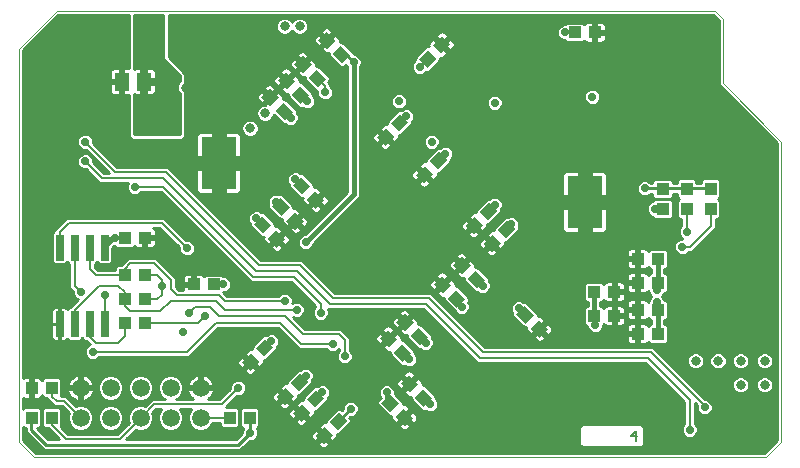
<source format=gbl>
G75*
%MOIN*%
%OFA0B0*%
%FSLAX25Y25*%
%IPPOS*%
%LPD*%
%AMOC8*
5,1,8,0,0,1.08239X$1,22.5*
%
%ADD10C,0.00000*%
%ADD11C,0.00800*%
%ADD12R,0.05118X0.05906*%
%ADD13R,0.04331X0.03937*%
%ADD14R,0.03937X0.04331*%
%ADD15C,0.05937*%
%ADD16R,0.02500X0.08500*%
%ADD17R,0.11811X0.17717*%
%ADD18C,0.01000*%
%ADD19C,0.02775*%
%ADD20C,0.03169*%
%ADD21C,0.01200*%
%ADD22C,0.01600*%
%ADD23C,0.21654*%
%ADD24C,0.05906*%
%ADD25C,0.04134*%
%ADD26C,0.05000*%
D10*
X0009500Y0011000D02*
X0241000Y0011000D01*
X0246000Y0011000D01*
X0249500Y0011000D01*
X0252500Y0011000D01*
X0253500Y0011000D01*
X0258500Y0016000D01*
X0258500Y0116000D01*
X0239000Y0135500D01*
X0239000Y0157000D01*
X0236500Y0159500D01*
X0017000Y0159500D01*
X0004500Y0147000D01*
X0004500Y0016000D01*
X0009500Y0011000D01*
D11*
X0020000Y0017000D02*
X0038000Y0017000D01*
X0045000Y0024000D01*
X0049500Y0028500D01*
X0072000Y0028500D01*
X0077500Y0034000D01*
X0074654Y0024000D02*
X0065000Y0024000D01*
X0060500Y0046000D02*
X0029000Y0046000D01*
X0030000Y0049000D02*
X0037500Y0049000D01*
X0039654Y0051154D01*
X0039654Y0055500D01*
X0041500Y0059500D02*
X0039654Y0061346D01*
X0039654Y0063500D01*
X0039654Y0065846D01*
X0037500Y0068000D01*
X0031000Y0068000D01*
X0023000Y0060000D01*
X0023000Y0055300D01*
X0028000Y0055300D02*
X0028000Y0051000D01*
X0030000Y0049000D01*
X0033000Y0055300D02*
X0033000Y0065000D01*
X0025000Y0066000D02*
X0023000Y0068000D01*
X0023000Y0080700D01*
X0018000Y0080700D02*
X0018000Y0086000D01*
X0021000Y0089000D01*
X0052000Y0089000D01*
X0060500Y0080500D01*
X0055000Y0070000D02*
X0049500Y0075500D01*
X0041500Y0075500D01*
X0039654Y0073654D01*
X0039654Y0071500D01*
X0030000Y0071500D01*
X0028000Y0073500D01*
X0028000Y0080700D01*
X0046346Y0071500D02*
X0050500Y0071500D01*
X0052000Y0070000D01*
X0052000Y0068000D01*
X0052000Y0065000D01*
X0050500Y0063500D01*
X0046346Y0063500D01*
X0041500Y0059500D02*
X0051500Y0059500D01*
X0055000Y0063000D01*
X0070000Y0063000D01*
X0073000Y0060000D01*
X0097000Y0060000D01*
X0093000Y0058000D02*
X0099000Y0052000D01*
X0111000Y0052000D01*
X0113000Y0050000D01*
X0113000Y0044500D01*
X0109000Y0048500D02*
X0098500Y0048500D01*
X0091500Y0055500D01*
X0070000Y0055500D01*
X0060500Y0046000D01*
X0064000Y0055500D02*
X0046346Y0055500D01*
X0057000Y0065000D02*
X0071000Y0065000D01*
X0073000Y0063000D01*
X0093000Y0063000D01*
X0093000Y0058000D02*
X0071000Y0058000D01*
X0068000Y0061000D01*
X0063000Y0061000D01*
X0061000Y0059000D01*
X0064000Y0055500D02*
X0066500Y0058000D01*
X0057000Y0065000D02*
X0055000Y0067000D01*
X0055000Y0070000D01*
X0082500Y0071000D02*
X0096000Y0071000D01*
X0105000Y0062000D01*
X0105000Y0059000D01*
X0108000Y0062000D02*
X0140000Y0062000D01*
X0158000Y0044000D01*
X0214000Y0044000D01*
X0228000Y0030000D01*
X0228000Y0020000D01*
X0233000Y0027500D02*
X0233500Y0027500D01*
X0215000Y0046000D01*
X0159000Y0046000D01*
X0141000Y0064000D01*
X0109000Y0064000D01*
X0098000Y0075000D01*
X0084500Y0075000D01*
X0053500Y0106000D01*
X0036500Y0106000D01*
X0026500Y0116000D01*
X0026500Y0109500D02*
X0032000Y0104000D01*
X0052500Y0104000D01*
X0083500Y0073000D01*
X0097000Y0073000D01*
X0108000Y0062000D01*
X0082500Y0071000D02*
X0052500Y0101000D01*
X0043000Y0101000D01*
X0090000Y0096000D02*
X0091734Y0094366D01*
X0106500Y0132500D02*
X0106500Y0134500D01*
X0103866Y0137134D01*
X0216358Y0093654D02*
X0216654Y0093654D01*
X0219000Y0093654D01*
X0227000Y0093654D02*
X0227000Y0086000D01*
X0228000Y0081000D02*
X0225500Y0081000D01*
X0228000Y0081000D02*
X0235000Y0088000D01*
X0235000Y0093654D01*
X0210001Y0019603D02*
X0208400Y0018001D01*
X0210535Y0018001D01*
X0210001Y0016400D02*
X0210001Y0019603D01*
X0025000Y0024000D02*
X0019500Y0029500D01*
X0017000Y0029500D01*
X0015500Y0031000D01*
X0015500Y0033846D01*
X0015346Y0034000D01*
X0015346Y0024000D02*
X0015346Y0021654D01*
X0020000Y0017000D01*
D12*
X0038760Y0136000D03*
X0046240Y0136000D03*
D13*
G36*
X0087995Y0133788D02*
X0091056Y0130727D01*
X0088273Y0127944D01*
X0085212Y0131005D01*
X0087995Y0133788D01*
G37*
G36*
X0093495Y0139288D02*
X0096556Y0136227D01*
X0093773Y0133444D01*
X0090712Y0136505D01*
X0093495Y0139288D01*
G37*
G36*
X0098995Y0144788D02*
X0102056Y0141727D01*
X0099273Y0138944D01*
X0096212Y0142005D01*
X0098995Y0144788D01*
G37*
G36*
X0107030Y0152753D02*
X0110091Y0149692D01*
X0107308Y0146909D01*
X0104247Y0149970D01*
X0107030Y0152753D01*
G37*
G36*
X0111763Y0148020D02*
X0114824Y0144959D01*
X0112041Y0142176D01*
X0108980Y0145237D01*
X0111763Y0148020D01*
G37*
G36*
X0103727Y0140056D02*
X0106788Y0136995D01*
X0104005Y0134212D01*
X0100944Y0137273D01*
X0103727Y0140056D01*
G37*
G36*
X0098227Y0134556D02*
X0101288Y0131495D01*
X0098505Y0128712D01*
X0095444Y0131773D01*
X0098227Y0134556D01*
G37*
G36*
X0092727Y0129056D02*
X0095788Y0125995D01*
X0093005Y0123212D01*
X0089944Y0126273D01*
X0092727Y0129056D01*
G37*
G36*
X0123712Y0117495D02*
X0126773Y0120556D01*
X0129556Y0117773D01*
X0126495Y0114712D01*
X0123712Y0117495D01*
G37*
G36*
X0128444Y0122227D02*
X0131505Y0125288D01*
X0134288Y0122505D01*
X0131227Y0119444D01*
X0128444Y0122227D01*
G37*
G36*
X0141444Y0109727D02*
X0144505Y0112788D01*
X0147288Y0110005D01*
X0144227Y0106944D01*
X0141444Y0109727D01*
G37*
G36*
X0136712Y0104995D02*
X0139773Y0108056D01*
X0142556Y0105273D01*
X0139495Y0102212D01*
X0136712Y0104995D01*
G37*
G36*
X0157944Y0092727D02*
X0161005Y0095788D01*
X0163788Y0093005D01*
X0160727Y0089944D01*
X0157944Y0092727D01*
G37*
G36*
X0153212Y0087995D02*
X0156273Y0091056D01*
X0159056Y0088273D01*
X0155995Y0085212D01*
X0153212Y0087995D01*
G37*
G36*
X0159212Y0081995D02*
X0162273Y0085056D01*
X0165056Y0082273D01*
X0161995Y0079212D01*
X0159212Y0081995D01*
G37*
G36*
X0163944Y0086727D02*
X0167005Y0089788D01*
X0169788Y0087005D01*
X0166727Y0083944D01*
X0163944Y0086727D01*
G37*
G36*
X0151995Y0077788D02*
X0155056Y0074727D01*
X0152273Y0071944D01*
X0149212Y0075005D01*
X0151995Y0077788D01*
G37*
G36*
X0156727Y0073056D02*
X0159788Y0069995D01*
X0157005Y0067212D01*
X0153944Y0070273D01*
X0156727Y0073056D01*
G37*
G36*
X0145495Y0071288D02*
X0148556Y0068227D01*
X0145773Y0065444D01*
X0142712Y0068505D01*
X0145495Y0071288D01*
G37*
G36*
X0150227Y0066556D02*
X0153288Y0063495D01*
X0150505Y0060712D01*
X0147444Y0063773D01*
X0150227Y0066556D01*
G37*
G36*
X0132995Y0058788D02*
X0136056Y0055727D01*
X0133273Y0052944D01*
X0130212Y0056005D01*
X0132995Y0058788D01*
G37*
G36*
X0137727Y0054056D02*
X0140788Y0050995D01*
X0138005Y0048212D01*
X0134944Y0051273D01*
X0137727Y0054056D01*
G37*
G36*
X0127495Y0053288D02*
X0130556Y0050227D01*
X0127773Y0047444D01*
X0124712Y0050505D01*
X0127495Y0053288D01*
G37*
G36*
X0132227Y0048556D02*
X0135288Y0045495D01*
X0132505Y0042712D01*
X0129444Y0045773D01*
X0132227Y0048556D01*
G37*
G36*
X0134495Y0038288D02*
X0137556Y0035227D01*
X0134773Y0032444D01*
X0131712Y0035505D01*
X0134495Y0038288D01*
G37*
G36*
X0139227Y0033556D02*
X0142288Y0030495D01*
X0139505Y0027712D01*
X0136444Y0030773D01*
X0139227Y0033556D01*
G37*
G36*
X0128273Y0025944D02*
X0125212Y0029005D01*
X0127995Y0031788D01*
X0131056Y0028727D01*
X0128273Y0025944D01*
G37*
G36*
X0133005Y0021212D02*
X0129944Y0024273D01*
X0132727Y0027056D01*
X0135788Y0023995D01*
X0133005Y0021212D01*
G37*
G36*
X0107944Y0022727D02*
X0111005Y0025788D01*
X0113788Y0023005D01*
X0110727Y0019944D01*
X0107944Y0022727D01*
G37*
G36*
X0103212Y0017995D02*
X0106273Y0021056D01*
X0109056Y0018273D01*
X0105995Y0015212D01*
X0103212Y0017995D01*
G37*
G36*
X0095712Y0025495D02*
X0098773Y0028556D01*
X0101556Y0025773D01*
X0098495Y0022712D01*
X0095712Y0025495D01*
G37*
G36*
X0100444Y0030227D02*
X0103505Y0033288D01*
X0106288Y0030505D01*
X0103227Y0027444D01*
X0100444Y0030227D01*
G37*
G36*
X0090212Y0030995D02*
X0093273Y0034056D01*
X0096056Y0031273D01*
X0092995Y0028212D01*
X0090212Y0030995D01*
G37*
G36*
X0094944Y0035727D02*
X0098005Y0038788D01*
X0100788Y0036005D01*
X0097727Y0032944D01*
X0094944Y0035727D01*
G37*
G36*
X0078712Y0042495D02*
X0081773Y0045556D01*
X0084556Y0042773D01*
X0081495Y0039712D01*
X0078712Y0042495D01*
G37*
G36*
X0083444Y0047227D02*
X0086505Y0050288D01*
X0089288Y0047505D01*
X0086227Y0044444D01*
X0083444Y0047227D01*
G37*
X0069346Y0068500D03*
X0062654Y0068500D03*
X0046346Y0084000D03*
X0039654Y0084000D03*
G36*
X0085773Y0085444D02*
X0082712Y0088505D01*
X0085495Y0091288D01*
X0088556Y0088227D01*
X0085773Y0085444D01*
G37*
G36*
X0090505Y0080712D02*
X0087444Y0083773D01*
X0090227Y0086556D01*
X0093288Y0083495D01*
X0090505Y0080712D01*
G37*
G36*
X0096605Y0086712D02*
X0093544Y0089773D01*
X0096327Y0092556D01*
X0099388Y0089495D01*
X0096605Y0086712D01*
G37*
G36*
X0091873Y0091444D02*
X0088812Y0094505D01*
X0091595Y0097288D01*
X0094656Y0094227D01*
X0091873Y0091444D01*
G37*
G36*
X0103505Y0093712D02*
X0100444Y0096773D01*
X0103227Y0099556D01*
X0106288Y0096495D01*
X0103505Y0093712D01*
G37*
G36*
X0098773Y0098444D02*
X0095712Y0101505D01*
X0098495Y0104288D01*
X0101556Y0101227D01*
X0098773Y0098444D01*
G37*
G36*
X0143556Y0143773D02*
X0140495Y0140712D01*
X0137712Y0143495D01*
X0140773Y0146556D01*
X0143556Y0143773D01*
G37*
G36*
X0148288Y0148505D02*
X0145227Y0145444D01*
X0142444Y0148227D01*
X0145505Y0151288D01*
X0148288Y0148505D01*
G37*
X0189654Y0152500D03*
X0196346Y0152500D03*
X0219000Y0100346D03*
X0219000Y0093654D03*
X0217346Y0077000D03*
X0210654Y0077000D03*
X0210654Y0069000D03*
X0217346Y0069000D03*
X0217346Y0060000D03*
X0210654Y0060000D03*
X0202846Y0058000D03*
X0196154Y0058000D03*
X0196154Y0066000D03*
X0202846Y0066000D03*
X0210654Y0052000D03*
X0217346Y0052000D03*
G36*
X0178005Y0050712D02*
X0174944Y0053773D01*
X0177727Y0056556D01*
X0180788Y0053495D01*
X0178005Y0050712D01*
G37*
G36*
X0173273Y0055444D02*
X0170212Y0058505D01*
X0172995Y0061288D01*
X0176056Y0058227D01*
X0173273Y0055444D01*
G37*
D14*
X0227000Y0093654D03*
X0235000Y0093654D03*
X0235000Y0100346D03*
X0227000Y0100346D03*
X0081346Y0024000D03*
X0074654Y0024000D03*
X0046346Y0055500D03*
X0039654Y0055500D03*
X0039654Y0063500D03*
X0046346Y0063500D03*
X0046346Y0071500D03*
X0039654Y0071500D03*
X0015346Y0034000D03*
X0008654Y0034000D03*
X0008654Y0024000D03*
X0015346Y0024000D03*
D15*
X0025000Y0024000D03*
X0035000Y0024000D03*
X0045000Y0024000D03*
X0055000Y0024000D03*
X0065000Y0024000D03*
X0065000Y0034000D03*
X0055000Y0034000D03*
X0045000Y0034000D03*
X0035000Y0034000D03*
X0025000Y0034000D03*
D16*
X0023000Y0055300D03*
X0018000Y0055300D03*
X0028000Y0055300D03*
X0033000Y0055300D03*
X0033000Y0080700D03*
X0028000Y0080700D03*
X0023000Y0080700D03*
X0018000Y0080700D03*
D17*
X0071000Y0109000D03*
X0193000Y0096000D03*
D18*
X0193500Y0095873D02*
X0214795Y0095873D01*
X0214843Y0095921D02*
X0214091Y0095169D01*
X0213683Y0094186D01*
X0213683Y0093121D01*
X0214091Y0092138D01*
X0214843Y0091386D01*
X0215645Y0091054D01*
X0216301Y0090398D01*
X0221699Y0090398D01*
X0222453Y0091152D01*
X0222453Y0096155D01*
X0221699Y0096909D01*
X0216301Y0096909D01*
X0215645Y0096253D01*
X0214843Y0095921D01*
X0213969Y0094875D02*
X0200405Y0094875D01*
X0200405Y0095500D02*
X0200405Y0086944D01*
X0200303Y0086563D01*
X0200106Y0086221D01*
X0199827Y0085941D01*
X0199484Y0085744D01*
X0199103Y0085642D01*
X0193500Y0085642D01*
X0193500Y0095500D01*
X0193500Y0096500D01*
X0192500Y0096500D01*
X0192500Y0106358D01*
X0186897Y0106358D01*
X0186516Y0106256D01*
X0186173Y0106059D01*
X0185894Y0105779D01*
X0185697Y0105437D01*
X0185594Y0105056D01*
X0185594Y0096500D01*
X0192500Y0096500D01*
X0192500Y0095500D01*
X0193500Y0095500D01*
X0200405Y0095500D01*
X0200405Y0096500D02*
X0200405Y0105056D01*
X0200303Y0105437D01*
X0200106Y0105779D01*
X0199827Y0106059D01*
X0199484Y0106256D01*
X0199103Y0106358D01*
X0193500Y0106358D01*
X0193500Y0096500D01*
X0200405Y0096500D01*
X0200405Y0096872D02*
X0216264Y0096872D01*
X0216301Y0097091D02*
X0221699Y0097091D01*
X0222453Y0097845D01*
X0222453Y0098713D01*
X0223744Y0098713D01*
X0223744Y0097648D01*
X0224392Y0097000D01*
X0223744Y0096352D01*
X0223744Y0090955D01*
X0224498Y0090201D01*
X0225313Y0090201D01*
X0225313Y0088095D01*
X0224732Y0087515D01*
X0224325Y0086532D01*
X0224325Y0085468D01*
X0224732Y0084485D01*
X0225485Y0083732D01*
X0225624Y0083675D01*
X0224968Y0083675D01*
X0223985Y0083268D01*
X0223232Y0082515D01*
X0222825Y0081532D01*
X0222825Y0080468D01*
X0223232Y0079485D01*
X0223985Y0078732D01*
X0224968Y0078325D01*
X0226032Y0078325D01*
X0227015Y0078732D01*
X0227595Y0079313D01*
X0228699Y0079313D01*
X0236687Y0087301D01*
X0236687Y0088699D01*
X0236687Y0090201D01*
X0237502Y0090201D01*
X0238256Y0090955D01*
X0238256Y0096352D01*
X0237608Y0097000D01*
X0238256Y0097648D01*
X0238256Y0103045D01*
X0237502Y0103799D01*
X0232498Y0103799D01*
X0231744Y0103045D01*
X0231744Y0102287D01*
X0230256Y0102287D01*
X0230256Y0103045D01*
X0229502Y0103799D01*
X0224498Y0103799D01*
X0223744Y0103045D01*
X0223744Y0102287D01*
X0222453Y0102287D01*
X0222453Y0102848D01*
X0221699Y0103602D01*
X0216301Y0103602D01*
X0215547Y0102848D01*
X0215547Y0102287D01*
X0214995Y0102287D01*
X0214515Y0102768D01*
X0213532Y0103175D01*
X0212468Y0103175D01*
X0211485Y0102768D01*
X0210732Y0102015D01*
X0210325Y0101032D01*
X0210325Y0099968D01*
X0210732Y0098985D01*
X0211485Y0098232D01*
X0212468Y0097825D01*
X0213532Y0097825D01*
X0214515Y0098232D01*
X0214995Y0098713D01*
X0215547Y0098713D01*
X0215547Y0097845D01*
X0216301Y0097091D01*
X0215547Y0097870D02*
X0213641Y0097870D01*
X0212359Y0097870D02*
X0200405Y0097870D01*
X0200405Y0098869D02*
X0210848Y0098869D01*
X0210367Y0099868D02*
X0200405Y0099868D01*
X0200405Y0100866D02*
X0210325Y0100866D01*
X0210670Y0101865D02*
X0200405Y0101865D01*
X0200405Y0102863D02*
X0211715Y0102863D01*
X0214285Y0102863D02*
X0215562Y0102863D01*
X0213000Y0100500D02*
X0219020Y0100500D01*
X0219000Y0100480D01*
X0219000Y0100346D01*
X0219020Y0100500D02*
X0227055Y0100500D01*
X0227000Y0100445D01*
X0227000Y0100346D01*
X0227055Y0100500D02*
X0234846Y0100500D01*
X0235000Y0100346D01*
X0238256Y0099868D02*
X0257213Y0099868D01*
X0257213Y0100866D02*
X0238256Y0100866D01*
X0238256Y0101865D02*
X0257213Y0101865D01*
X0257213Y0102863D02*
X0238256Y0102863D01*
X0238256Y0098869D02*
X0257213Y0098869D01*
X0257213Y0097870D02*
X0238256Y0097870D01*
X0237736Y0096872D02*
X0257213Y0096872D01*
X0257213Y0095873D02*
X0238256Y0095873D01*
X0238256Y0094875D02*
X0257213Y0094875D01*
X0257213Y0093876D02*
X0238256Y0093876D01*
X0238256Y0092878D02*
X0257213Y0092878D01*
X0257213Y0091879D02*
X0238256Y0091879D01*
X0238182Y0090881D02*
X0257213Y0090881D01*
X0257213Y0089882D02*
X0236687Y0089882D01*
X0236687Y0088884D02*
X0257213Y0088884D01*
X0257213Y0087885D02*
X0236687Y0087885D01*
X0236273Y0086887D02*
X0257213Y0086887D01*
X0257213Y0085888D02*
X0235275Y0085888D01*
X0234276Y0084890D02*
X0257213Y0084890D01*
X0257213Y0083891D02*
X0233278Y0083891D01*
X0232279Y0082893D02*
X0257213Y0082893D01*
X0257213Y0081894D02*
X0231281Y0081894D01*
X0230282Y0080896D02*
X0257213Y0080896D01*
X0257213Y0079897D02*
X0229284Y0079897D01*
X0227182Y0078899D02*
X0257213Y0078899D01*
X0257213Y0077900D02*
X0220799Y0077900D01*
X0220799Y0076902D02*
X0257213Y0076902D01*
X0257213Y0075903D02*
X0220799Y0075903D01*
X0220799Y0074905D02*
X0257213Y0074905D01*
X0257213Y0073906D02*
X0220207Y0073906D01*
X0220045Y0073744D02*
X0220799Y0074498D01*
X0220799Y0079502D01*
X0220045Y0080256D01*
X0214648Y0080256D01*
X0214115Y0079723D01*
X0214019Y0079890D01*
X0213740Y0080169D01*
X0213398Y0080366D01*
X0213016Y0080468D01*
X0211138Y0080468D01*
X0211138Y0077484D01*
X0210169Y0077484D01*
X0210169Y0076516D01*
X0206988Y0076516D01*
X0206988Y0074834D01*
X0207090Y0074453D01*
X0207288Y0074110D01*
X0207567Y0073831D01*
X0207909Y0073634D01*
X0208291Y0073531D01*
X0210169Y0073531D01*
X0210169Y0076516D01*
X0211138Y0076516D01*
X0211138Y0073531D01*
X0213016Y0073531D01*
X0213398Y0073634D01*
X0213740Y0073831D01*
X0214019Y0074110D01*
X0214115Y0074277D01*
X0214648Y0073744D01*
X0215259Y0073744D01*
X0215259Y0072256D01*
X0214648Y0072256D01*
X0214115Y0071723D01*
X0214019Y0071890D01*
X0213740Y0072169D01*
X0213398Y0072366D01*
X0213016Y0072468D01*
X0211138Y0072468D01*
X0211138Y0069484D01*
X0210169Y0069484D01*
X0210169Y0068516D01*
X0206988Y0068516D01*
X0206988Y0066834D01*
X0207090Y0066453D01*
X0207288Y0066110D01*
X0207567Y0065831D01*
X0207909Y0065634D01*
X0208291Y0065531D01*
X0210169Y0065531D01*
X0210169Y0068516D01*
X0211138Y0068516D01*
X0211138Y0065531D01*
X0213016Y0065531D01*
X0213398Y0065634D01*
X0213740Y0065831D01*
X0214019Y0066110D01*
X0214115Y0066277D01*
X0214325Y0066067D01*
X0214325Y0065968D01*
X0214732Y0064985D01*
X0215217Y0064500D01*
X0214732Y0064015D01*
X0214325Y0063032D01*
X0214325Y0062933D01*
X0214115Y0062723D01*
X0214019Y0062890D01*
X0213740Y0063169D01*
X0213398Y0063366D01*
X0213016Y0063468D01*
X0211138Y0063468D01*
X0211138Y0060484D01*
X0210169Y0060484D01*
X0210169Y0059516D01*
X0206988Y0059516D01*
X0206988Y0057834D01*
X0207090Y0057453D01*
X0207288Y0057110D01*
X0207567Y0056831D01*
X0207909Y0056634D01*
X0208291Y0056531D01*
X0210169Y0056531D01*
X0210169Y0059516D01*
X0211138Y0059516D01*
X0211138Y0056531D01*
X0213016Y0056531D01*
X0213398Y0056634D01*
X0213740Y0056831D01*
X0214019Y0057110D01*
X0214115Y0057277D01*
X0214648Y0056744D01*
X0215259Y0056744D01*
X0215259Y0055256D01*
X0214648Y0055256D01*
X0214115Y0054723D01*
X0214019Y0054890D01*
X0213740Y0055169D01*
X0213398Y0055366D01*
X0213016Y0055468D01*
X0211138Y0055468D01*
X0211138Y0052484D01*
X0210169Y0052484D01*
X0210169Y0051516D01*
X0206988Y0051516D01*
X0206988Y0049834D01*
X0207090Y0049453D01*
X0207288Y0049110D01*
X0207567Y0048831D01*
X0207909Y0048634D01*
X0208291Y0048531D01*
X0210169Y0048531D01*
X0210169Y0051516D01*
X0211138Y0051516D01*
X0211138Y0048531D01*
X0213016Y0048531D01*
X0213398Y0048634D01*
X0213740Y0048831D01*
X0214019Y0049110D01*
X0214115Y0049277D01*
X0214648Y0048744D01*
X0220045Y0048744D01*
X0220799Y0049498D01*
X0220799Y0054502D01*
X0220045Y0055256D01*
X0219434Y0055256D01*
X0219434Y0056744D01*
X0220045Y0056744D01*
X0220799Y0057498D01*
X0220799Y0062502D01*
X0220045Y0063256D01*
X0219582Y0063256D01*
X0219268Y0064015D01*
X0218783Y0064500D01*
X0219268Y0064985D01*
X0219582Y0065744D01*
X0220045Y0065744D01*
X0220799Y0066498D01*
X0220799Y0071502D01*
X0220045Y0072256D01*
X0219434Y0072256D01*
X0219434Y0073744D01*
X0220045Y0073744D01*
X0219434Y0072908D02*
X0257213Y0072908D01*
X0257213Y0071909D02*
X0220392Y0071909D01*
X0220799Y0070911D02*
X0257213Y0070911D01*
X0257213Y0069912D02*
X0220799Y0069912D01*
X0220799Y0068914D02*
X0257213Y0068914D01*
X0257213Y0067915D02*
X0220799Y0067915D01*
X0220799Y0066917D02*
X0257213Y0066917D01*
X0257213Y0065918D02*
X0220219Y0065918D01*
X0219202Y0064920D02*
X0257213Y0064920D01*
X0257213Y0063921D02*
X0219307Y0063921D01*
X0220378Y0062923D02*
X0257213Y0062923D01*
X0257213Y0061924D02*
X0220799Y0061924D01*
X0220799Y0060926D02*
X0257213Y0060926D01*
X0257213Y0059927D02*
X0220799Y0059927D01*
X0220799Y0058929D02*
X0257213Y0058929D01*
X0257213Y0057930D02*
X0220799Y0057930D01*
X0220232Y0056932D02*
X0257213Y0056932D01*
X0257213Y0055933D02*
X0219434Y0055933D01*
X0220366Y0054934D02*
X0257213Y0054934D01*
X0257213Y0053936D02*
X0220799Y0053936D01*
X0220799Y0052937D02*
X0257213Y0052937D01*
X0257213Y0051939D02*
X0220799Y0051939D01*
X0220799Y0050940D02*
X0257213Y0050940D01*
X0257213Y0049942D02*
X0220799Y0049942D01*
X0220244Y0048943D02*
X0257213Y0048943D01*
X0257213Y0047945D02*
X0159441Y0047945D01*
X0159699Y0047687D02*
X0142687Y0064699D01*
X0141699Y0065687D01*
X0109699Y0065687D01*
X0099687Y0075699D01*
X0098699Y0076687D01*
X0085199Y0076687D01*
X0054199Y0107687D01*
X0037199Y0107687D01*
X0029175Y0115712D01*
X0029175Y0116532D01*
X0028768Y0117515D01*
X0028015Y0118268D01*
X0027032Y0118675D01*
X0025968Y0118675D01*
X0024985Y0118268D01*
X0024232Y0117515D01*
X0023825Y0116532D01*
X0023825Y0115468D01*
X0024232Y0114485D01*
X0024985Y0113732D01*
X0025968Y0113325D01*
X0026788Y0113325D01*
X0034426Y0105687D01*
X0032699Y0105687D01*
X0029175Y0109212D01*
X0029175Y0110032D01*
X0028768Y0111015D01*
X0028015Y0111768D01*
X0027032Y0112175D01*
X0025968Y0112175D01*
X0024985Y0111768D01*
X0024232Y0111015D01*
X0023825Y0110032D01*
X0023825Y0108968D01*
X0024232Y0107985D01*
X0024985Y0107232D01*
X0025968Y0106825D01*
X0026788Y0106825D01*
X0031301Y0102313D01*
X0040649Y0102313D01*
X0040325Y0101532D01*
X0040325Y0100468D01*
X0040732Y0099485D01*
X0041485Y0098732D01*
X0042468Y0098325D01*
X0043532Y0098325D01*
X0044515Y0098732D01*
X0045095Y0099313D01*
X0051801Y0099313D01*
X0080813Y0070301D01*
X0081801Y0069313D01*
X0095301Y0069313D01*
X0103313Y0061301D01*
X0103313Y0061095D01*
X0102732Y0060515D01*
X0102325Y0059532D01*
X0102325Y0058468D01*
X0102732Y0057485D01*
X0103485Y0056732D01*
X0104468Y0056325D01*
X0105532Y0056325D01*
X0106515Y0056732D01*
X0107268Y0057485D01*
X0107675Y0058468D01*
X0107675Y0059532D01*
X0107351Y0060313D01*
X0139301Y0060313D01*
X0156313Y0043301D01*
X0157301Y0042313D01*
X0213301Y0042313D01*
X0226313Y0029301D01*
X0226313Y0022095D01*
X0225732Y0021515D01*
X0225325Y0020532D01*
X0225325Y0019468D01*
X0225732Y0018485D01*
X0226485Y0017732D01*
X0227468Y0017325D01*
X0228532Y0017325D01*
X0229515Y0017732D01*
X0230268Y0018485D01*
X0230675Y0019468D01*
X0230675Y0020532D01*
X0230268Y0021515D01*
X0229687Y0022095D01*
X0229687Y0028926D01*
X0230400Y0028213D01*
X0230325Y0028032D01*
X0230325Y0026968D01*
X0230732Y0025985D01*
X0231485Y0025232D01*
X0232468Y0024825D01*
X0233532Y0024825D01*
X0234515Y0025232D01*
X0235268Y0025985D01*
X0235675Y0026968D01*
X0235675Y0028032D01*
X0235268Y0029015D01*
X0234515Y0029768D01*
X0233532Y0030175D01*
X0233212Y0030175D01*
X0216687Y0046699D01*
X0215699Y0047687D01*
X0159699Y0047687D01*
X0158443Y0048943D02*
X0207455Y0048943D01*
X0206988Y0049942D02*
X0179358Y0049942D01*
X0178927Y0049510D02*
X0180116Y0050699D01*
X0177866Y0052949D01*
X0175756Y0050839D01*
X0177084Y0049510D01*
X0177427Y0049313D01*
X0177808Y0049211D01*
X0178203Y0049211D01*
X0178584Y0049313D01*
X0178927Y0049510D01*
X0179875Y0050940D02*
X0206988Y0050940D01*
X0206988Y0052484D02*
X0210169Y0052484D01*
X0210169Y0055468D01*
X0208291Y0055468D01*
X0207909Y0055366D01*
X0207567Y0055169D01*
X0207288Y0054890D01*
X0207090Y0054547D01*
X0206988Y0054166D01*
X0206988Y0052484D01*
X0206988Y0052937D02*
X0198220Y0052937D01*
X0198015Y0052732D02*
X0198768Y0053485D01*
X0199175Y0054468D01*
X0199175Y0055067D01*
X0199385Y0055277D01*
X0199481Y0055110D01*
X0199760Y0054831D01*
X0200102Y0054634D01*
X0200484Y0054531D01*
X0202362Y0054531D01*
X0202362Y0057516D01*
X0203331Y0057516D01*
X0203331Y0058484D01*
X0206512Y0058484D01*
X0206512Y0060166D01*
X0206410Y0060547D01*
X0206212Y0060890D01*
X0205933Y0061169D01*
X0205591Y0061366D01*
X0205209Y0061468D01*
X0203331Y0061468D01*
X0203331Y0058484D01*
X0202362Y0058484D01*
X0202362Y0061468D01*
X0200484Y0061468D01*
X0200102Y0061366D01*
X0199760Y0061169D01*
X0199481Y0060890D01*
X0199385Y0060723D01*
X0198852Y0061256D01*
X0198241Y0061256D01*
X0198241Y0062744D01*
X0198852Y0062744D01*
X0199385Y0063277D01*
X0199481Y0063110D01*
X0199760Y0062831D01*
X0200102Y0062634D01*
X0200484Y0062531D01*
X0202362Y0062531D01*
X0202362Y0065516D01*
X0203331Y0065516D01*
X0203331Y0066484D01*
X0206512Y0066484D01*
X0206512Y0068166D01*
X0206410Y0068547D01*
X0206212Y0068890D01*
X0205933Y0069169D01*
X0205591Y0069366D01*
X0205209Y0069468D01*
X0203331Y0069468D01*
X0203331Y0066484D01*
X0202362Y0066484D01*
X0202362Y0069468D01*
X0200484Y0069468D01*
X0200102Y0069366D01*
X0199760Y0069169D01*
X0199481Y0068890D01*
X0199385Y0068723D01*
X0198852Y0069256D01*
X0193455Y0069256D01*
X0192701Y0068502D01*
X0192701Y0063498D01*
X0193455Y0062744D01*
X0194066Y0062744D01*
X0194066Y0061256D01*
X0193455Y0061256D01*
X0192701Y0060502D01*
X0192701Y0055498D01*
X0193455Y0054744D01*
X0193825Y0054744D01*
X0193825Y0054468D01*
X0194232Y0053485D01*
X0194985Y0052732D01*
X0195968Y0052325D01*
X0197032Y0052325D01*
X0198015Y0052732D01*
X0198954Y0053936D02*
X0206988Y0053936D01*
X0207333Y0054934D02*
X0206036Y0054934D01*
X0205933Y0054831D02*
X0206212Y0055110D01*
X0206410Y0055453D01*
X0206512Y0055834D01*
X0206512Y0057516D01*
X0203331Y0057516D01*
X0203331Y0054531D01*
X0205209Y0054531D01*
X0205591Y0054634D01*
X0205933Y0054831D01*
X0206512Y0055933D02*
X0215259Y0055933D01*
X0214460Y0056932D02*
X0213840Y0056932D01*
X0211138Y0056932D02*
X0210169Y0056932D01*
X0210169Y0057930D02*
X0211138Y0057930D01*
X0211138Y0058929D02*
X0210169Y0058929D01*
X0210169Y0059927D02*
X0206512Y0059927D01*
X0206988Y0060484D02*
X0210169Y0060484D01*
X0210169Y0063468D01*
X0208291Y0063468D01*
X0207909Y0063366D01*
X0207567Y0063169D01*
X0207288Y0062890D01*
X0207090Y0062547D01*
X0206988Y0062166D01*
X0206988Y0060484D01*
X0206988Y0060926D02*
X0206176Y0060926D01*
X0206988Y0061924D02*
X0198241Y0061924D01*
X0199031Y0062923D02*
X0199669Y0062923D01*
X0199517Y0060926D02*
X0199182Y0060926D01*
X0202362Y0060926D02*
X0203331Y0060926D01*
X0203331Y0059927D02*
X0202362Y0059927D01*
X0202362Y0058929D02*
X0203331Y0058929D01*
X0203331Y0057930D02*
X0206988Y0057930D01*
X0206988Y0058929D02*
X0206512Y0058929D01*
X0206512Y0056932D02*
X0207467Y0056932D01*
X0210169Y0054934D02*
X0211138Y0054934D01*
X0211138Y0053936D02*
X0210169Y0053936D01*
X0210169Y0052937D02*
X0211138Y0052937D01*
X0210169Y0051939D02*
X0181355Y0051939D01*
X0180801Y0051384D02*
X0181990Y0052573D01*
X0182187Y0052916D01*
X0182289Y0053297D01*
X0182289Y0053692D01*
X0182187Y0054073D01*
X0181990Y0054416D01*
X0180661Y0055744D01*
X0178551Y0053634D01*
X0177866Y0054319D01*
X0179976Y0056429D01*
X0178648Y0057757D01*
X0178306Y0057955D01*
X0177925Y0058057D01*
X0177530Y0058057D01*
X0177344Y0058007D01*
X0177344Y0058760D01*
X0173528Y0062577D01*
X0172706Y0062577D01*
X0172515Y0062768D01*
X0171532Y0063175D01*
X0170468Y0063175D01*
X0169485Y0062768D01*
X0168732Y0062015D01*
X0168325Y0061032D01*
X0168325Y0059968D01*
X0168732Y0058985D01*
X0168923Y0058794D01*
X0168923Y0057972D01*
X0172740Y0054156D01*
X0173493Y0054156D01*
X0173443Y0053970D01*
X0173443Y0053575D01*
X0173545Y0053194D01*
X0173743Y0052852D01*
X0175071Y0051524D01*
X0177181Y0053634D01*
X0177866Y0052949D01*
X0178551Y0053634D01*
X0180801Y0051384D01*
X0180246Y0051939D02*
X0178876Y0051939D01*
X0179247Y0052937D02*
X0177878Y0052937D01*
X0177855Y0052937D02*
X0176485Y0052937D01*
X0176856Y0051939D02*
X0175487Y0051939D01*
X0174656Y0051939D02*
X0155447Y0051939D01*
X0154449Y0052937D02*
X0173694Y0052937D01*
X0173443Y0053936D02*
X0153450Y0053936D01*
X0152452Y0054934D02*
X0171961Y0054934D01*
X0170962Y0055933D02*
X0151453Y0055933D01*
X0150455Y0056932D02*
X0169964Y0056932D01*
X0168965Y0057930D02*
X0149456Y0057930D01*
X0150289Y0058929D02*
X0148458Y0058929D01*
X0149732Y0059485D02*
X0150485Y0058732D01*
X0151468Y0058325D01*
X0152532Y0058325D01*
X0153515Y0058732D01*
X0154268Y0059485D01*
X0154675Y0060468D01*
X0154675Y0061532D01*
X0154268Y0062515D01*
X0154199Y0062584D01*
X0154577Y0062961D01*
X0154577Y0064028D01*
X0150760Y0067844D01*
X0150007Y0067844D01*
X0150057Y0068030D01*
X0150057Y0068425D01*
X0149955Y0068806D01*
X0149757Y0069148D01*
X0148429Y0070476D01*
X0146319Y0068366D01*
X0145634Y0069051D01*
X0147744Y0071161D01*
X0146416Y0072490D01*
X0146073Y0072687D01*
X0145692Y0072789D01*
X0145297Y0072789D01*
X0144916Y0072687D01*
X0144573Y0072490D01*
X0143384Y0071301D01*
X0145634Y0069051D01*
X0144949Y0068366D01*
X0145634Y0067681D01*
X0143524Y0065571D01*
X0144852Y0064243D01*
X0145194Y0064045D01*
X0145575Y0063943D01*
X0145970Y0063943D01*
X0146156Y0063993D01*
X0146156Y0063240D01*
X0149606Y0059789D01*
X0149732Y0059485D01*
X0149468Y0059927D02*
X0147459Y0059927D01*
X0146461Y0060926D02*
X0148470Y0060926D01*
X0147471Y0061924D02*
X0145462Y0061924D01*
X0144464Y0062923D02*
X0146473Y0062923D01*
X0146156Y0063921D02*
X0143465Y0063921D01*
X0142687Y0064699D02*
X0142687Y0064699D01*
X0142467Y0064920D02*
X0144175Y0064920D01*
X0143870Y0065918D02*
X0109468Y0065918D01*
X0108470Y0066917D02*
X0142178Y0066917D01*
X0142839Y0066256D02*
X0141510Y0067584D01*
X0141313Y0067927D01*
X0141211Y0068308D01*
X0141211Y0068703D01*
X0141313Y0069084D01*
X0141510Y0069427D01*
X0142699Y0070616D01*
X0144949Y0068366D01*
X0142839Y0066256D01*
X0143499Y0066917D02*
X0144869Y0066917D01*
X0144498Y0067915D02*
X0145400Y0067915D01*
X0145496Y0068914D02*
X0144401Y0068914D01*
X0144773Y0069912D02*
X0143403Y0069912D01*
X0143774Y0070911D02*
X0104476Y0070911D01*
X0105474Y0069912D02*
X0141996Y0069912D01*
X0141267Y0068914D02*
X0106473Y0068914D01*
X0107471Y0067915D02*
X0141319Y0067915D01*
X0145771Y0068914D02*
X0146866Y0068914D01*
X0146495Y0069912D02*
X0147864Y0069912D01*
X0147493Y0070911D02*
X0151184Y0070911D01*
X0151352Y0070743D02*
X0151694Y0070545D01*
X0152075Y0070443D01*
X0152470Y0070443D01*
X0152656Y0070493D01*
X0152656Y0069740D01*
X0156472Y0065923D01*
X0157294Y0065923D01*
X0157485Y0065732D01*
X0158468Y0065325D01*
X0159532Y0065325D01*
X0160515Y0065732D01*
X0161268Y0066485D01*
X0161675Y0067468D01*
X0161675Y0068532D01*
X0161268Y0069515D01*
X0161077Y0069706D01*
X0161077Y0070528D01*
X0157260Y0074344D01*
X0156507Y0074344D01*
X0156557Y0074530D01*
X0156557Y0074925D01*
X0156455Y0075306D01*
X0156257Y0075648D01*
X0154929Y0076976D01*
X0152819Y0074866D01*
X0152134Y0075551D01*
X0154244Y0077661D01*
X0152916Y0078990D01*
X0152573Y0079187D01*
X0152192Y0079289D01*
X0151797Y0079289D01*
X0151416Y0079187D01*
X0151073Y0078990D01*
X0149884Y0077801D01*
X0152134Y0075551D01*
X0151449Y0074866D01*
X0152134Y0074181D01*
X0150024Y0072071D01*
X0151352Y0070743D01*
X0152656Y0069912D02*
X0148993Y0069912D01*
X0149892Y0068914D02*
X0153482Y0068914D01*
X0154480Y0067915D02*
X0150026Y0067915D01*
X0151688Y0066917D02*
X0155479Y0066917D01*
X0157299Y0065918D02*
X0152686Y0065918D01*
X0153685Y0064920D02*
X0192701Y0064920D01*
X0192701Y0065918D02*
X0160701Y0065918D01*
X0161446Y0066917D02*
X0192701Y0066917D01*
X0192701Y0067915D02*
X0161675Y0067915D01*
X0161517Y0068914D02*
X0193113Y0068914D01*
X0192701Y0063921D02*
X0154577Y0063921D01*
X0154538Y0062923D02*
X0169859Y0062923D01*
X0168695Y0061924D02*
X0154512Y0061924D01*
X0154675Y0060926D02*
X0168325Y0060926D01*
X0168342Y0059927D02*
X0154451Y0059927D01*
X0153711Y0058929D02*
X0168789Y0058929D01*
X0171000Y0060500D02*
X0173134Y0058366D01*
X0176177Y0059927D02*
X0192701Y0059927D01*
X0192701Y0058929D02*
X0177176Y0058929D01*
X0178349Y0057930D02*
X0192701Y0057930D01*
X0192701Y0056932D02*
X0179474Y0056932D01*
X0179481Y0055933D02*
X0192701Y0055933D01*
X0193265Y0054934D02*
X0181471Y0054934D01*
X0182224Y0053936D02*
X0194046Y0053936D01*
X0194780Y0052937D02*
X0182193Y0052937D01*
X0179852Y0054934D02*
X0178482Y0054934D01*
X0178249Y0053936D02*
X0178853Y0053936D01*
X0175858Y0050940D02*
X0156446Y0050940D01*
X0157444Y0049942D02*
X0176653Y0049942D01*
X0175179Y0060926D02*
X0193125Y0060926D01*
X0194066Y0061924D02*
X0174180Y0061924D01*
X0172141Y0062923D02*
X0193276Y0062923D01*
X0196154Y0058000D02*
X0197154Y0055154D01*
X0196500Y0055000D01*
X0199175Y0054934D02*
X0199657Y0054934D01*
X0202362Y0054934D02*
X0203331Y0054934D01*
X0203331Y0055933D02*
X0202362Y0055933D01*
X0202362Y0056932D02*
X0203331Y0056932D01*
X0203331Y0062531D02*
X0205209Y0062531D01*
X0205591Y0062634D01*
X0205933Y0062831D01*
X0206212Y0063110D01*
X0206410Y0063453D01*
X0206512Y0063834D01*
X0206512Y0065516D01*
X0203331Y0065516D01*
X0203331Y0062531D01*
X0203331Y0062923D02*
X0202362Y0062923D01*
X0202362Y0063921D02*
X0203331Y0063921D01*
X0203331Y0064920D02*
X0202362Y0064920D01*
X0203331Y0065918D02*
X0207480Y0065918D01*
X0206988Y0066917D02*
X0206512Y0066917D01*
X0206512Y0067915D02*
X0206988Y0067915D01*
X0206188Y0068914D02*
X0210169Y0068914D01*
X0210169Y0069484D02*
X0206988Y0069484D01*
X0206988Y0071166D01*
X0207090Y0071547D01*
X0207288Y0071890D01*
X0207567Y0072169D01*
X0207909Y0072366D01*
X0208291Y0072468D01*
X0210169Y0072468D01*
X0210169Y0069484D01*
X0210169Y0069912D02*
X0211138Y0069912D01*
X0211138Y0070911D02*
X0210169Y0070911D01*
X0210169Y0071909D02*
X0211138Y0071909D01*
X0211138Y0073906D02*
X0210169Y0073906D01*
X0210169Y0074905D02*
X0211138Y0074905D01*
X0211138Y0075903D02*
X0210169Y0075903D01*
X0210169Y0076902D02*
X0155003Y0076902D01*
X0154854Y0076902D02*
X0153484Y0076902D01*
X0153855Y0075903D02*
X0152486Y0075903D01*
X0151782Y0075903D02*
X0150412Y0075903D01*
X0150783Y0076902D02*
X0149413Y0076902D01*
X0149199Y0077116D02*
X0148010Y0075927D01*
X0147813Y0075584D01*
X0147711Y0075203D01*
X0147711Y0074808D01*
X0147813Y0074427D01*
X0148010Y0074084D01*
X0149339Y0072756D01*
X0151449Y0074866D01*
X0149199Y0077116D01*
X0148986Y0076902D02*
X0084985Y0076902D01*
X0083986Y0077900D02*
X0149984Y0077900D01*
X0150983Y0078899D02*
X0082988Y0078899D01*
X0081989Y0079897D02*
X0089198Y0079897D01*
X0089584Y0079510D02*
X0088256Y0080839D01*
X0090366Y0082949D01*
X0089681Y0083634D01*
X0087571Y0081524D01*
X0086243Y0082852D01*
X0086045Y0083194D01*
X0085943Y0083575D01*
X0085943Y0083970D01*
X0085993Y0084156D01*
X0085240Y0084156D01*
X0081423Y0087972D01*
X0081423Y0088794D01*
X0081232Y0088985D01*
X0080825Y0089968D01*
X0080825Y0091032D01*
X0081232Y0092015D01*
X0081985Y0092768D01*
X0082968Y0093175D01*
X0084032Y0093175D01*
X0085015Y0092768D01*
X0085206Y0092577D01*
X0086028Y0092577D01*
X0089844Y0088760D01*
X0089844Y0088007D01*
X0090030Y0088057D01*
X0090425Y0088057D01*
X0090806Y0087955D01*
X0091148Y0087757D01*
X0092476Y0086429D01*
X0090366Y0084319D01*
X0091051Y0083634D01*
X0093161Y0085744D01*
X0094490Y0084416D01*
X0094687Y0084073D01*
X0094789Y0083692D01*
X0094789Y0083297D01*
X0094687Y0082916D01*
X0094490Y0082573D01*
X0093301Y0081384D01*
X0091051Y0083634D01*
X0090366Y0082949D01*
X0092616Y0080699D01*
X0091427Y0079510D01*
X0091084Y0079313D01*
X0090703Y0079211D01*
X0090308Y0079211D01*
X0089927Y0079313D01*
X0089584Y0079510D01*
X0088313Y0080896D02*
X0080991Y0080896D01*
X0079992Y0081894D02*
X0087200Y0081894D01*
X0087942Y0081894D02*
X0089312Y0081894D01*
X0088941Y0082893D02*
X0090310Y0082893D01*
X0090422Y0082893D02*
X0091792Y0082893D01*
X0091421Y0081894D02*
X0092791Y0081894D01*
X0093810Y0081894D02*
X0097356Y0081894D01*
X0097325Y0081968D02*
X0097732Y0080985D01*
X0098485Y0080232D01*
X0099468Y0079825D01*
X0100532Y0079825D01*
X0101515Y0080232D01*
X0102268Y0080985D01*
X0102675Y0081968D01*
X0102675Y0082223D01*
X0118087Y0097635D01*
X0118087Y0140805D01*
X0118268Y0140985D01*
X0118675Y0141968D01*
X0118675Y0143032D01*
X0118268Y0144015D01*
X0117515Y0144768D01*
X0116532Y0145175D01*
X0116112Y0145175D01*
X0116112Y0145492D01*
X0112296Y0149309D01*
X0111543Y0149309D01*
X0111592Y0149494D01*
X0111592Y0149889D01*
X0111490Y0150271D01*
X0111293Y0150613D01*
X0109964Y0151941D01*
X0107854Y0149831D01*
X0107169Y0150516D01*
X0106484Y0149831D01*
X0104235Y0152080D01*
X0103046Y0150891D01*
X0102848Y0150549D01*
X0102746Y0150167D01*
X0102746Y0149772D01*
X0102848Y0149391D01*
X0103046Y0149049D01*
X0104374Y0147721D01*
X0106484Y0149831D01*
X0107169Y0149146D01*
X0105059Y0147036D01*
X0106387Y0145707D01*
X0106729Y0145510D01*
X0107111Y0145408D01*
X0107506Y0145408D01*
X0107691Y0145457D01*
X0107691Y0144704D01*
X0111508Y0140888D01*
X0112574Y0140888D01*
X0113422Y0141735D01*
X0113732Y0140985D01*
X0113913Y0140805D01*
X0113913Y0099365D01*
X0099723Y0085175D01*
X0099468Y0085175D01*
X0098485Y0084768D01*
X0097732Y0084015D01*
X0097325Y0083032D01*
X0097325Y0081968D01*
X0097325Y0082893D02*
X0094674Y0082893D01*
X0094736Y0083891D02*
X0097681Y0083891D01*
X0098780Y0084890D02*
X0094015Y0084890D01*
X0095306Y0085888D02*
X0091936Y0085888D01*
X0092018Y0086887D02*
X0094404Y0086887D01*
X0094356Y0086839D02*
X0095684Y0085510D01*
X0096027Y0085313D01*
X0096408Y0085211D01*
X0096803Y0085211D01*
X0097184Y0085313D01*
X0097527Y0085510D01*
X0098716Y0086699D01*
X0096466Y0088949D01*
X0094356Y0086839D01*
X0093671Y0087524D02*
X0095781Y0089634D01*
X0096466Y0088949D01*
X0097151Y0089634D01*
X0096466Y0090319D01*
X0098576Y0092429D01*
X0097248Y0093757D01*
X0096906Y0093955D01*
X0096525Y0094057D01*
X0096130Y0094057D01*
X0095944Y0094007D01*
X0095944Y0094760D01*
X0092128Y0098577D01*
X0091061Y0098577D01*
X0090976Y0098491D01*
X0090532Y0098675D01*
X0089468Y0098675D01*
X0088485Y0098268D01*
X0087732Y0097515D01*
X0087325Y0096532D01*
X0087325Y0095468D01*
X0087523Y0094990D01*
X0087523Y0093972D01*
X0091340Y0090156D01*
X0092093Y0090156D01*
X0092043Y0089970D01*
X0092043Y0089575D01*
X0092145Y0089194D01*
X0092343Y0088852D01*
X0093671Y0087524D01*
X0093309Y0087885D02*
X0090926Y0087885D01*
X0089721Y0088884D02*
X0092324Y0088884D01*
X0092043Y0089882D02*
X0088722Y0089882D01*
X0087724Y0090881D02*
X0090615Y0090881D01*
X0089616Y0091879D02*
X0086725Y0091879D01*
X0088618Y0092878D02*
X0084749Y0092878D01*
X0082251Y0092878D02*
X0069008Y0092878D01*
X0068010Y0093876D02*
X0087619Y0093876D01*
X0087523Y0094875D02*
X0067011Y0094875D01*
X0066013Y0095873D02*
X0087325Y0095873D01*
X0087466Y0096872D02*
X0065014Y0096872D01*
X0064016Y0097870D02*
X0088088Y0097870D01*
X0092834Y0097870D02*
X0097525Y0097870D01*
X0098240Y0097156D02*
X0098993Y0097156D01*
X0098943Y0096970D01*
X0098943Y0096575D01*
X0099045Y0096194D01*
X0099243Y0095852D01*
X0100571Y0094524D01*
X0102681Y0096634D01*
X0103366Y0095949D01*
X0101256Y0093839D01*
X0102584Y0092510D01*
X0102927Y0092313D01*
X0103308Y0092211D01*
X0103703Y0092211D01*
X0104084Y0092313D01*
X0104427Y0092510D01*
X0105616Y0093699D01*
X0103366Y0095949D01*
X0104051Y0096634D01*
X0103366Y0097319D01*
X0105476Y0099429D01*
X0104148Y0100757D01*
X0103806Y0100955D01*
X0103425Y0101057D01*
X0103030Y0101057D01*
X0102844Y0101007D01*
X0102844Y0101760D01*
X0099028Y0105577D01*
X0098206Y0105577D01*
X0098015Y0105768D01*
X0097032Y0106175D01*
X0095968Y0106175D01*
X0094985Y0105768D01*
X0094232Y0105015D01*
X0093825Y0104032D01*
X0093825Y0102968D01*
X0094232Y0101985D01*
X0094423Y0101794D01*
X0094423Y0100972D01*
X0098240Y0097156D01*
X0098943Y0096872D02*
X0093833Y0096872D01*
X0094831Y0095873D02*
X0099230Y0095873D01*
X0100220Y0094875D02*
X0095830Y0094875D01*
X0097041Y0093876D02*
X0101294Y0093876D01*
X0100923Y0094875D02*
X0102292Y0094875D01*
X0101921Y0095873D02*
X0103291Y0095873D01*
X0103442Y0095873D02*
X0104811Y0095873D01*
X0104440Y0094875D02*
X0105810Y0094875D01*
X0106301Y0094384D02*
X0104051Y0096634D01*
X0106161Y0098744D01*
X0107490Y0097416D01*
X0107687Y0097073D01*
X0107789Y0096692D01*
X0107789Y0096297D01*
X0107687Y0095916D01*
X0107490Y0095573D01*
X0106301Y0094384D01*
X0106791Y0094875D02*
X0109423Y0094875D01*
X0110421Y0095873D02*
X0107663Y0095873D01*
X0107741Y0096872D02*
X0111420Y0096872D01*
X0112418Y0097870D02*
X0107035Y0097870D01*
X0105288Y0097870D02*
X0103918Y0097870D01*
X0103813Y0096872D02*
X0104289Y0096872D01*
X0104917Y0098869D02*
X0113417Y0098869D01*
X0113913Y0099868D02*
X0105038Y0099868D01*
X0103959Y0100866D02*
X0113913Y0100866D01*
X0113913Y0101865D02*
X0102740Y0101865D01*
X0101741Y0102863D02*
X0113913Y0102863D01*
X0113913Y0103862D02*
X0100743Y0103862D01*
X0099744Y0104860D02*
X0113913Y0104860D01*
X0113913Y0105859D02*
X0097795Y0105859D01*
X0095205Y0105859D02*
X0078405Y0105859D01*
X0078405Y0106857D02*
X0113913Y0106857D01*
X0113913Y0107856D02*
X0078405Y0107856D01*
X0078405Y0108500D02*
X0078405Y0099944D01*
X0078303Y0099563D01*
X0078106Y0099221D01*
X0077827Y0098941D01*
X0077484Y0098744D01*
X0077103Y0098642D01*
X0071500Y0098642D01*
X0071500Y0108500D01*
X0071500Y0109500D01*
X0070500Y0109500D01*
X0070500Y0119358D01*
X0064897Y0119358D01*
X0064516Y0119256D01*
X0064173Y0119059D01*
X0063894Y0118779D01*
X0063697Y0118437D01*
X0063594Y0118056D01*
X0063594Y0109500D01*
X0070500Y0109500D01*
X0070500Y0108500D01*
X0071500Y0108500D01*
X0078405Y0108500D01*
X0078405Y0109500D02*
X0078405Y0118056D01*
X0078303Y0118437D01*
X0078106Y0118779D01*
X0077827Y0119059D01*
X0077484Y0119256D01*
X0077103Y0119358D01*
X0071500Y0119358D01*
X0071500Y0109500D01*
X0078405Y0109500D01*
X0078405Y0109853D02*
X0113913Y0109853D01*
X0113913Y0110851D02*
X0078405Y0110851D01*
X0078405Y0111850D02*
X0113913Y0111850D01*
X0113913Y0112848D02*
X0078405Y0112848D01*
X0078405Y0113847D02*
X0113913Y0113847D01*
X0113913Y0114845D02*
X0078405Y0114845D01*
X0078405Y0115844D02*
X0113913Y0115844D01*
X0113913Y0116842D02*
X0078405Y0116842D01*
X0078405Y0117841D02*
X0080416Y0117841D01*
X0080929Y0117628D02*
X0082071Y0117628D01*
X0083127Y0118066D01*
X0083934Y0118873D01*
X0084372Y0119929D01*
X0084372Y0121071D01*
X0083934Y0122127D01*
X0083127Y0122934D01*
X0082071Y0123372D01*
X0080929Y0123372D01*
X0079873Y0122934D01*
X0079066Y0122127D01*
X0078628Y0121071D01*
X0078628Y0119929D01*
X0079066Y0118873D01*
X0079873Y0118066D01*
X0080929Y0117628D01*
X0082584Y0117841D02*
X0113913Y0117841D01*
X0113913Y0118839D02*
X0083900Y0118839D01*
X0084334Y0119838D02*
X0113913Y0119838D01*
X0113913Y0120836D02*
X0084372Y0120836D01*
X0084055Y0121835D02*
X0093382Y0121835D01*
X0093294Y0121923D02*
X0093485Y0121732D01*
X0094468Y0121325D01*
X0095532Y0121325D01*
X0096515Y0121732D01*
X0097268Y0122485D01*
X0097675Y0123468D01*
X0097675Y0124532D01*
X0097268Y0125515D01*
X0097077Y0125706D01*
X0097077Y0126528D01*
X0093260Y0130344D01*
X0092507Y0130344D01*
X0092557Y0130530D01*
X0092557Y0130925D01*
X0092455Y0131306D01*
X0092257Y0131648D01*
X0090929Y0132976D01*
X0088819Y0130866D01*
X0088134Y0131551D01*
X0090244Y0133661D01*
X0088916Y0134990D01*
X0088573Y0135187D01*
X0088192Y0135289D01*
X0087797Y0135289D01*
X0087416Y0135187D01*
X0087073Y0134990D01*
X0085884Y0133801D01*
X0088134Y0131551D01*
X0087449Y0130866D01*
X0088134Y0130181D01*
X0086324Y0128372D01*
X0085929Y0128372D01*
X0084873Y0127934D01*
X0084066Y0127127D01*
X0083628Y0126071D01*
X0083628Y0124929D01*
X0084066Y0123873D01*
X0084873Y0123066D01*
X0085929Y0122628D01*
X0087071Y0122628D01*
X0088127Y0123066D01*
X0088934Y0123873D01*
X0089372Y0124929D01*
X0089372Y0125024D01*
X0092472Y0121923D01*
X0093294Y0121923D01*
X0091562Y0122833D02*
X0087566Y0122833D01*
X0088893Y0123832D02*
X0090564Y0123832D01*
X0089565Y0124830D02*
X0089331Y0124830D01*
X0085434Y0122833D02*
X0083228Y0122833D01*
X0084107Y0123832D02*
X0059887Y0123832D01*
X0059887Y0124830D02*
X0083669Y0124830D01*
X0083628Y0125829D02*
X0059887Y0125829D01*
X0059887Y0126827D02*
X0083942Y0126827D01*
X0084765Y0127826D02*
X0059887Y0127826D01*
X0059887Y0128824D02*
X0085270Y0128824D01*
X0085339Y0128756D02*
X0084010Y0130084D01*
X0083813Y0130427D01*
X0083711Y0130808D01*
X0083711Y0131203D01*
X0083813Y0131584D01*
X0084010Y0131927D01*
X0085199Y0133116D01*
X0087449Y0130866D01*
X0085339Y0128756D01*
X0085407Y0128824D02*
X0086777Y0128824D01*
X0086405Y0129823D02*
X0087775Y0129823D01*
X0087494Y0130821D02*
X0087404Y0130821D01*
X0087865Y0131820D02*
X0086495Y0131820D01*
X0086866Y0132818D02*
X0085497Y0132818D01*
X0084902Y0132818D02*
X0059887Y0132818D01*
X0059887Y0131820D02*
X0083949Y0131820D01*
X0083711Y0130821D02*
X0059887Y0130821D01*
X0059887Y0129823D02*
X0084272Y0129823D01*
X0088402Y0131820D02*
X0089772Y0131820D01*
X0089401Y0132818D02*
X0090771Y0132818D01*
X0091087Y0132818D02*
X0092276Y0132818D01*
X0092852Y0132243D02*
X0091524Y0133571D01*
X0093634Y0135681D01*
X0092949Y0136366D01*
X0090839Y0134256D01*
X0089510Y0135584D01*
X0089313Y0135927D01*
X0089211Y0136308D01*
X0089211Y0136703D01*
X0089313Y0137084D01*
X0089510Y0137427D01*
X0090699Y0138616D01*
X0092949Y0136366D01*
X0093634Y0137051D01*
X0095744Y0139161D01*
X0094416Y0140490D01*
X0094073Y0140687D01*
X0093692Y0140789D01*
X0093297Y0140789D01*
X0092916Y0140687D01*
X0092573Y0140490D01*
X0091384Y0139301D01*
X0093634Y0137051D01*
X0094319Y0136366D01*
X0096429Y0138476D01*
X0097757Y0137148D01*
X0097955Y0136806D01*
X0098057Y0136425D01*
X0098057Y0136030D01*
X0098007Y0135844D01*
X0098760Y0135844D01*
X0102577Y0132028D01*
X0102577Y0131206D01*
X0102768Y0131015D01*
X0103175Y0130032D01*
X0103175Y0128968D01*
X0102768Y0127985D01*
X0102015Y0127232D01*
X0101032Y0126825D01*
X0099968Y0126825D01*
X0098985Y0127232D01*
X0098794Y0127423D01*
X0097972Y0127423D01*
X0094156Y0131240D01*
X0094156Y0131993D01*
X0093970Y0131943D01*
X0093575Y0131943D01*
X0093194Y0132045D01*
X0092852Y0132243D01*
X0092085Y0131820D02*
X0094156Y0131820D01*
X0094574Y0130821D02*
X0092557Y0130821D01*
X0093782Y0129823D02*
X0095573Y0129823D01*
X0094780Y0128824D02*
X0096571Y0128824D01*
X0095779Y0127826D02*
X0097570Y0127826D01*
X0096777Y0126827D02*
X0099963Y0126827D01*
X0101037Y0126827D02*
X0113913Y0126827D01*
X0113913Y0125829D02*
X0097077Y0125829D01*
X0097551Y0124830D02*
X0113913Y0124830D01*
X0113913Y0123832D02*
X0097675Y0123832D01*
X0097412Y0122833D02*
X0113913Y0122833D01*
X0113913Y0121835D02*
X0096617Y0121835D01*
X0095000Y0124000D02*
X0092866Y0126134D01*
X0098366Y0131634D02*
X0100500Y0129500D01*
X0102609Y0127826D02*
X0113913Y0127826D01*
X0113913Y0128824D02*
X0103115Y0128824D01*
X0103175Y0129823D02*
X0113913Y0129823D01*
X0113913Y0130821D02*
X0108604Y0130821D01*
X0108768Y0130985D02*
X0109175Y0131968D01*
X0109175Y0133032D01*
X0108768Y0134015D01*
X0108187Y0134595D01*
X0108187Y0135199D01*
X0107501Y0135885D01*
X0108077Y0136461D01*
X0108077Y0137528D01*
X0104260Y0141344D01*
X0103507Y0141344D01*
X0103557Y0141530D01*
X0103557Y0141925D01*
X0103455Y0142306D01*
X0103257Y0142648D01*
X0101929Y0143976D01*
X0099819Y0141866D01*
X0099134Y0142551D01*
X0101244Y0144661D01*
X0099916Y0145990D01*
X0099573Y0146187D01*
X0099192Y0146289D01*
X0098797Y0146289D01*
X0098416Y0146187D01*
X0098073Y0145990D01*
X0096884Y0144801D01*
X0054387Y0144801D01*
X0054387Y0144282D02*
X0054387Y0158213D01*
X0235967Y0158213D01*
X0237713Y0156467D01*
X0237713Y0134967D01*
X0257213Y0115467D01*
X0257213Y0016533D01*
X0252967Y0012287D01*
X0010033Y0012287D01*
X0005787Y0016533D01*
X0005787Y0020912D01*
X0006152Y0020547D01*
X0006713Y0020547D01*
X0006713Y0019260D01*
X0007760Y0018213D01*
X0011713Y0014260D01*
X0011713Y0014260D01*
X0012760Y0013213D01*
X0078240Y0013213D01*
X0079287Y0014260D01*
X0081353Y0016325D01*
X0082032Y0016325D01*
X0083015Y0016732D01*
X0083768Y0017485D01*
X0084175Y0018468D01*
X0084175Y0019532D01*
X0083768Y0020515D01*
X0083735Y0020547D01*
X0083848Y0020547D01*
X0084602Y0021301D01*
X0084602Y0026699D01*
X0083848Y0027453D01*
X0078845Y0027453D01*
X0078091Y0026699D01*
X0078091Y0021301D01*
X0078845Y0020547D01*
X0079265Y0020547D01*
X0079232Y0020515D01*
X0078825Y0019532D01*
X0078825Y0018853D01*
X0076760Y0016787D01*
X0040174Y0016787D01*
X0043430Y0020044D01*
X0044153Y0019744D01*
X0045847Y0019744D01*
X0047411Y0020392D01*
X0048608Y0021589D01*
X0049256Y0023153D01*
X0049256Y0024847D01*
X0048956Y0025570D01*
X0050199Y0026813D01*
X0051794Y0026813D01*
X0051392Y0026411D01*
X0050744Y0024847D01*
X0050744Y0023153D01*
X0051392Y0021589D01*
X0052589Y0020392D01*
X0054153Y0019744D01*
X0055847Y0019744D01*
X0057411Y0020392D01*
X0058608Y0021589D01*
X0059256Y0023153D01*
X0059256Y0024847D01*
X0058608Y0026411D01*
X0058206Y0026813D01*
X0061794Y0026813D01*
X0061392Y0026411D01*
X0060744Y0024847D01*
X0060744Y0023153D01*
X0061392Y0021589D01*
X0062589Y0020392D01*
X0064153Y0019744D01*
X0065847Y0019744D01*
X0067411Y0020392D01*
X0068608Y0021589D01*
X0068908Y0022313D01*
X0071398Y0022313D01*
X0071398Y0021301D01*
X0072152Y0020547D01*
X0077155Y0020547D01*
X0077909Y0021301D01*
X0077909Y0026699D01*
X0077155Y0027453D01*
X0073339Y0027453D01*
X0073687Y0027801D01*
X0077212Y0031325D01*
X0078032Y0031325D01*
X0079015Y0031732D01*
X0079768Y0032485D01*
X0080175Y0033468D01*
X0080175Y0034532D01*
X0079768Y0035515D01*
X0079015Y0036268D01*
X0078032Y0036675D01*
X0076968Y0036675D01*
X0075985Y0036268D01*
X0075232Y0035515D01*
X0074825Y0034532D01*
X0074825Y0033712D01*
X0071301Y0030187D01*
X0067355Y0030187D01*
X0067911Y0030592D01*
X0068408Y0031089D01*
X0068822Y0031658D01*
X0069141Y0032285D01*
X0069358Y0032954D01*
X0069447Y0033516D01*
X0065484Y0033516D01*
X0065484Y0034484D01*
X0064516Y0034484D01*
X0064516Y0033516D01*
X0060552Y0033516D01*
X0060642Y0032954D01*
X0060859Y0032285D01*
X0061178Y0031658D01*
X0061592Y0031089D01*
X0062089Y0030592D01*
X0062645Y0030187D01*
X0056917Y0030187D01*
X0057411Y0030392D01*
X0058608Y0031589D01*
X0059256Y0033153D01*
X0059256Y0034847D01*
X0058608Y0036411D01*
X0057411Y0037608D01*
X0055847Y0038256D01*
X0054153Y0038256D01*
X0052589Y0037608D01*
X0051392Y0036411D01*
X0050744Y0034847D01*
X0050744Y0033153D01*
X0051392Y0031589D01*
X0052589Y0030392D01*
X0053083Y0030187D01*
X0048801Y0030187D01*
X0046570Y0027956D01*
X0045847Y0028256D01*
X0044153Y0028256D01*
X0042589Y0027608D01*
X0041392Y0026411D01*
X0040744Y0024847D01*
X0040744Y0023153D01*
X0041044Y0022430D01*
X0037301Y0018687D01*
X0020699Y0018687D01*
X0018344Y0021043D01*
X0018602Y0021301D01*
X0018602Y0026699D01*
X0017848Y0027453D01*
X0012845Y0027453D01*
X0012091Y0026699D01*
X0012091Y0021301D01*
X0012845Y0020547D01*
X0014066Y0020547D01*
X0017826Y0016787D01*
X0014240Y0016787D01*
X0010480Y0020547D01*
X0011155Y0020547D01*
X0011909Y0021301D01*
X0011909Y0026699D01*
X0011155Y0027453D01*
X0006152Y0027453D01*
X0005787Y0027088D01*
X0005787Y0030621D01*
X0006106Y0030437D01*
X0006488Y0030335D01*
X0008169Y0030335D01*
X0008169Y0033516D01*
X0009138Y0033516D01*
X0009138Y0030335D01*
X0010820Y0030335D01*
X0011201Y0030437D01*
X0011543Y0030634D01*
X0011822Y0030914D01*
X0012020Y0031256D01*
X0012091Y0031520D01*
X0012091Y0031301D01*
X0012845Y0030547D01*
X0013813Y0030547D01*
X0013813Y0030301D01*
X0014801Y0029313D01*
X0016301Y0027813D01*
X0018801Y0027813D01*
X0021044Y0025570D01*
X0020744Y0024847D01*
X0020744Y0023153D01*
X0021392Y0021589D01*
X0022589Y0020392D01*
X0024153Y0019744D01*
X0025847Y0019744D01*
X0027411Y0020392D01*
X0028608Y0021589D01*
X0029256Y0023153D01*
X0029256Y0024847D01*
X0028608Y0026411D01*
X0027411Y0027608D01*
X0025847Y0028256D01*
X0024153Y0028256D01*
X0023430Y0027956D01*
X0021187Y0030199D01*
X0020199Y0031187D01*
X0018488Y0031187D01*
X0018602Y0031301D01*
X0018602Y0036699D01*
X0017848Y0037453D01*
X0012845Y0037453D01*
X0012091Y0036699D01*
X0012091Y0036480D01*
X0012020Y0036744D01*
X0011822Y0037086D01*
X0011543Y0037366D01*
X0011201Y0037563D01*
X0010820Y0037665D01*
X0009138Y0037665D01*
X0009138Y0034484D01*
X0008169Y0034484D01*
X0008169Y0037665D01*
X0006488Y0037665D01*
X0006106Y0037563D01*
X0005787Y0037379D01*
X0005787Y0146467D01*
X0017533Y0158213D01*
X0041113Y0158213D01*
X0041113Y0140453D01*
X0039260Y0140453D01*
X0039260Y0136500D01*
X0038260Y0136500D01*
X0038260Y0140453D01*
X0036003Y0140453D01*
X0035622Y0140351D01*
X0035280Y0140153D01*
X0035000Y0139874D01*
X0034803Y0139532D01*
X0034701Y0139150D01*
X0034701Y0136500D01*
X0038260Y0136500D01*
X0038260Y0135500D01*
X0039260Y0135500D01*
X0039260Y0131547D01*
X0041113Y0131547D01*
X0041113Y0117718D01*
X0042218Y0116613D01*
X0058782Y0116613D01*
X0059887Y0117718D01*
X0059887Y0138782D01*
X0054387Y0144282D01*
X0054867Y0143802D02*
X0095886Y0143802D01*
X0096199Y0144116D02*
X0095010Y0142927D01*
X0094813Y0142584D01*
X0094711Y0142203D01*
X0094711Y0141808D01*
X0094813Y0141427D01*
X0095010Y0141084D01*
X0096339Y0139756D01*
X0098449Y0141866D01*
X0099134Y0141181D01*
X0097024Y0139071D01*
X0098352Y0137743D01*
X0098694Y0137545D01*
X0099075Y0137443D01*
X0099470Y0137443D01*
X0099656Y0137493D01*
X0099656Y0136740D01*
X0103472Y0132923D01*
X0103825Y0132923D01*
X0103825Y0131968D01*
X0104232Y0130985D01*
X0104985Y0130232D01*
X0105968Y0129825D01*
X0107032Y0129825D01*
X0108015Y0130232D01*
X0108768Y0130985D01*
X0109113Y0131820D02*
X0113913Y0131820D01*
X0113913Y0132818D02*
X0109175Y0132818D01*
X0108850Y0133817D02*
X0113913Y0133817D01*
X0113913Y0134815D02*
X0108187Y0134815D01*
X0107572Y0135814D02*
X0113913Y0135814D01*
X0113913Y0136812D02*
X0108077Y0136812D01*
X0107794Y0137811D02*
X0113913Y0137811D01*
X0113913Y0138809D02*
X0106795Y0138809D01*
X0105797Y0139808D02*
X0113913Y0139808D01*
X0113911Y0140806D02*
X0104798Y0140806D01*
X0103557Y0141805D02*
X0110590Y0141805D01*
X0109592Y0142803D02*
X0103102Y0142803D01*
X0102103Y0143802D02*
X0108593Y0143802D01*
X0107691Y0144801D02*
X0101105Y0144801D01*
X0101754Y0143802D02*
X0100385Y0143802D01*
X0100756Y0142803D02*
X0099386Y0142803D01*
X0099134Y0142551D02*
X0098449Y0141866D01*
X0096199Y0144116D01*
X0096513Y0143802D02*
X0097883Y0143802D01*
X0097512Y0142803D02*
X0098881Y0142803D01*
X0099134Y0142551D02*
X0096884Y0144801D01*
X0097883Y0145799D02*
X0054387Y0145799D01*
X0054387Y0146798D02*
X0105297Y0146798D01*
X0105819Y0147796D02*
X0104450Y0147796D01*
X0104299Y0147796D02*
X0054387Y0147796D01*
X0054387Y0148795D02*
X0103300Y0148795D01*
X0102746Y0149793D02*
X0054387Y0149793D01*
X0054387Y0150792D02*
X0102988Y0150792D01*
X0103945Y0151790D02*
X0098962Y0151790D01*
X0098571Y0151628D02*
X0099627Y0152066D01*
X0100434Y0152873D01*
X0100872Y0153929D01*
X0100872Y0155071D01*
X0100434Y0156127D01*
X0099627Y0156934D01*
X0098571Y0157372D01*
X0097429Y0157372D01*
X0096373Y0156934D01*
X0095566Y0156127D01*
X0095500Y0155968D01*
X0095434Y0156127D01*
X0094627Y0156934D01*
X0093571Y0157372D01*
X0092429Y0157372D01*
X0091373Y0156934D01*
X0090566Y0156127D01*
X0090128Y0155071D01*
X0090128Y0153929D01*
X0090566Y0152873D01*
X0091373Y0152066D01*
X0092429Y0151628D01*
X0093571Y0151628D01*
X0094627Y0152066D01*
X0095434Y0152873D01*
X0095500Y0153032D01*
X0095566Y0152873D01*
X0096373Y0152066D01*
X0097429Y0151628D01*
X0098571Y0151628D01*
X0097038Y0151790D02*
X0093962Y0151790D01*
X0095350Y0152789D02*
X0095650Y0152789D01*
X0100350Y0152789D02*
X0104944Y0152789D01*
X0104920Y0152765D02*
X0107169Y0150516D01*
X0109279Y0152626D01*
X0107951Y0153954D01*
X0107609Y0154152D01*
X0107228Y0154254D01*
X0106833Y0154254D01*
X0106451Y0154152D01*
X0106109Y0153954D01*
X0104920Y0152765D01*
X0104525Y0151790D02*
X0105895Y0151790D01*
X0105524Y0150792D02*
X0106893Y0150792D01*
X0107445Y0150792D02*
X0108815Y0150792D01*
X0108444Y0151790D02*
X0109813Y0151790D01*
X0110115Y0151790D02*
X0143885Y0151790D01*
X0143256Y0151161D02*
X0144584Y0152490D01*
X0144927Y0152687D01*
X0145308Y0152789D01*
X0145703Y0152789D01*
X0146084Y0152687D01*
X0146427Y0152490D01*
X0147616Y0151300D01*
X0145366Y0149051D01*
X0144681Y0148366D01*
X0142571Y0150476D01*
X0141243Y0149148D01*
X0141045Y0148806D01*
X0140943Y0148425D01*
X0140943Y0148030D01*
X0140993Y0147844D01*
X0140240Y0147844D01*
X0136423Y0144028D01*
X0136423Y0143206D01*
X0135732Y0142515D01*
X0135325Y0141532D01*
X0135325Y0140468D01*
X0135732Y0139485D01*
X0136485Y0138732D01*
X0137468Y0138325D01*
X0138532Y0138325D01*
X0139515Y0138732D01*
X0140206Y0139423D01*
X0141028Y0139423D01*
X0144844Y0143240D01*
X0144844Y0143993D01*
X0145030Y0143943D01*
X0145425Y0143943D01*
X0145806Y0144045D01*
X0146148Y0144243D01*
X0147476Y0145571D01*
X0145366Y0147681D01*
X0146051Y0148366D01*
X0148161Y0146256D01*
X0149490Y0147584D01*
X0149687Y0147927D01*
X0149789Y0148308D01*
X0149789Y0148703D01*
X0149687Y0149084D01*
X0149490Y0149427D01*
X0148301Y0150616D01*
X0146051Y0148366D01*
X0145366Y0149051D01*
X0143256Y0151161D01*
X0143626Y0150792D02*
X0111114Y0150792D01*
X0111592Y0149793D02*
X0141888Y0149793D01*
X0141042Y0148795D02*
X0112810Y0148795D01*
X0113808Y0147796D02*
X0140192Y0147796D01*
X0139193Y0146798D02*
X0114807Y0146798D01*
X0115805Y0145799D02*
X0138195Y0145799D01*
X0137196Y0144801D02*
X0117436Y0144801D01*
X0118356Y0143802D02*
X0136423Y0143802D01*
X0136021Y0142803D02*
X0118675Y0142803D01*
X0118607Y0141805D02*
X0135438Y0141805D01*
X0135325Y0140806D02*
X0118089Y0140806D01*
X0118087Y0139808D02*
X0135599Y0139808D01*
X0136408Y0138809D02*
X0118087Y0138809D01*
X0118087Y0137811D02*
X0237713Y0137811D01*
X0237713Y0138809D02*
X0139592Y0138809D01*
X0141413Y0139808D02*
X0237713Y0139808D01*
X0237713Y0140806D02*
X0142411Y0140806D01*
X0143410Y0141805D02*
X0237713Y0141805D01*
X0237713Y0142803D02*
X0144408Y0142803D01*
X0144844Y0143802D02*
X0237713Y0143802D01*
X0237713Y0144801D02*
X0146706Y0144801D01*
X0147249Y0145799D02*
X0237713Y0145799D01*
X0237713Y0146798D02*
X0148703Y0146798D01*
X0147620Y0146798D02*
X0146250Y0146798D01*
X0146621Y0147796D02*
X0145481Y0147796D01*
X0145623Y0148795D02*
X0146479Y0148795D01*
X0146108Y0149793D02*
X0147478Y0149793D01*
X0147107Y0150792D02*
X0184426Y0150792D01*
X0184232Y0150985D02*
X0184985Y0150232D01*
X0185968Y0149825D01*
X0186374Y0149825D01*
X0186955Y0149244D01*
X0192352Y0149244D01*
X0192885Y0149777D01*
X0192981Y0149610D01*
X0193260Y0149331D01*
X0193602Y0149134D01*
X0193984Y0149031D01*
X0195862Y0149031D01*
X0195862Y0152016D01*
X0196831Y0152016D01*
X0196831Y0152984D01*
X0200012Y0152984D01*
X0200012Y0154666D01*
X0199910Y0155047D01*
X0199712Y0155390D01*
X0199433Y0155669D01*
X0199091Y0155866D01*
X0198709Y0155968D01*
X0196831Y0155968D01*
X0196831Y0152984D01*
X0195862Y0152984D01*
X0195862Y0155968D01*
X0193984Y0155968D01*
X0193602Y0155866D01*
X0193260Y0155669D01*
X0192981Y0155390D01*
X0192885Y0155223D01*
X0192352Y0155756D01*
X0186955Y0155756D01*
X0186374Y0155175D01*
X0185968Y0155175D01*
X0184985Y0154768D01*
X0184232Y0154015D01*
X0183825Y0153032D01*
X0183825Y0151968D01*
X0184232Y0150985D01*
X0183899Y0151790D02*
X0147126Y0151790D01*
X0145706Y0152789D02*
X0183825Y0152789D01*
X0184138Y0153787D02*
X0108118Y0153787D01*
X0109117Y0152789D02*
X0145305Y0152789D01*
X0144624Y0149793D02*
X0143255Y0149793D01*
X0144253Y0148795D02*
X0145110Y0148795D01*
X0149123Y0149793D02*
X0186406Y0149793D01*
X0186500Y0152500D02*
X0189654Y0152500D01*
X0193460Y0155784D02*
X0100576Y0155784D01*
X0100872Y0154786D02*
X0185028Y0154786D01*
X0195862Y0154786D02*
X0196831Y0154786D01*
X0196831Y0155784D02*
X0195862Y0155784D01*
X0195862Y0153787D02*
X0196831Y0153787D01*
X0196831Y0152789D02*
X0237713Y0152789D01*
X0237713Y0153787D02*
X0200012Y0153787D01*
X0199980Y0154786D02*
X0237713Y0154786D01*
X0237713Y0155784D02*
X0199233Y0155784D01*
X0200012Y0152016D02*
X0196831Y0152016D01*
X0196831Y0149031D01*
X0198709Y0149031D01*
X0199091Y0149134D01*
X0199433Y0149331D01*
X0199712Y0149610D01*
X0199910Y0149953D01*
X0200012Y0150334D01*
X0200012Y0152016D01*
X0200012Y0151790D02*
X0237713Y0151790D01*
X0237713Y0150792D02*
X0200012Y0150792D01*
X0199818Y0149793D02*
X0237713Y0149793D01*
X0237713Y0148795D02*
X0149765Y0148795D01*
X0149612Y0147796D02*
X0237713Y0147796D01*
X0237397Y0156783D02*
X0099778Y0156783D01*
X0096222Y0156783D02*
X0094778Y0156783D01*
X0091222Y0156783D02*
X0054387Y0156783D01*
X0054387Y0157781D02*
X0236398Y0157781D01*
X0237713Y0136812D02*
X0118087Y0136812D01*
X0118087Y0135814D02*
X0237713Y0135814D01*
X0237864Y0134815D02*
X0118087Y0134815D01*
X0118087Y0133817D02*
X0238862Y0133817D01*
X0239861Y0132818D02*
X0197464Y0132818D01*
X0197768Y0132515D02*
X0197015Y0133268D01*
X0196032Y0133675D01*
X0194968Y0133675D01*
X0193985Y0133268D01*
X0193232Y0132515D01*
X0192825Y0131532D01*
X0192825Y0130468D01*
X0193232Y0129485D01*
X0193985Y0128732D01*
X0194968Y0128325D01*
X0196032Y0128325D01*
X0197015Y0128732D01*
X0197768Y0129485D01*
X0198175Y0130468D01*
X0198175Y0131532D01*
X0197768Y0132515D01*
X0198056Y0131820D02*
X0240859Y0131820D01*
X0241858Y0130821D02*
X0198175Y0130821D01*
X0197908Y0129823D02*
X0242856Y0129823D01*
X0243855Y0128824D02*
X0197107Y0128824D01*
X0193893Y0128824D02*
X0165675Y0128824D01*
X0165675Y0128468D02*
X0165268Y0127485D01*
X0164515Y0126732D01*
X0163532Y0126325D01*
X0162468Y0126325D01*
X0161485Y0126732D01*
X0160732Y0127485D01*
X0160325Y0128468D01*
X0160325Y0129532D01*
X0160732Y0130515D01*
X0161485Y0131268D01*
X0162468Y0131675D01*
X0163532Y0131675D01*
X0164515Y0131268D01*
X0165268Y0130515D01*
X0165675Y0129532D01*
X0165675Y0128468D01*
X0165409Y0127826D02*
X0244854Y0127826D01*
X0245852Y0126827D02*
X0164610Y0126827D01*
X0165554Y0129823D02*
X0193092Y0129823D01*
X0192825Y0130821D02*
X0164961Y0130821D01*
X0161039Y0130821D02*
X0133482Y0130821D01*
X0133401Y0131015D02*
X0132649Y0131768D01*
X0131666Y0132175D01*
X0130602Y0132175D01*
X0129619Y0131768D01*
X0128866Y0131015D01*
X0128459Y0130032D01*
X0128459Y0128968D01*
X0128866Y0127985D01*
X0129619Y0127232D01*
X0130602Y0126825D01*
X0131666Y0126825D01*
X0132649Y0127232D01*
X0133401Y0127985D01*
X0133808Y0128968D01*
X0133808Y0130032D01*
X0133401Y0131015D01*
X0132523Y0131820D02*
X0192944Y0131820D01*
X0193536Y0132818D02*
X0118087Y0132818D01*
X0118087Y0131820D02*
X0129745Y0131820D01*
X0128786Y0130821D02*
X0118087Y0130821D01*
X0118087Y0129823D02*
X0128459Y0129823D01*
X0128518Y0128824D02*
X0118087Y0128824D01*
X0118087Y0127826D02*
X0129025Y0127826D01*
X0130596Y0126827D02*
X0118087Y0126827D01*
X0118087Y0125829D02*
X0130224Y0125829D01*
X0130972Y0126577D02*
X0127156Y0122760D01*
X0127156Y0122007D01*
X0126970Y0122057D01*
X0126575Y0122057D01*
X0126194Y0121955D01*
X0125852Y0121757D01*
X0124524Y0120429D01*
X0126634Y0118319D01*
X0125949Y0117634D01*
X0123839Y0119744D01*
X0122510Y0118416D01*
X0122313Y0118073D01*
X0122211Y0117692D01*
X0122211Y0117297D01*
X0122313Y0116916D01*
X0122510Y0116573D01*
X0123699Y0115384D01*
X0125949Y0117634D01*
X0126634Y0116949D01*
X0127319Y0117634D01*
X0129429Y0115524D01*
X0130757Y0116852D01*
X0130955Y0117194D01*
X0131057Y0117575D01*
X0131057Y0117970D01*
X0131007Y0118156D01*
X0131760Y0118156D01*
X0135577Y0121972D01*
X0135577Y0122794D01*
X0135768Y0122985D01*
X0136175Y0123968D01*
X0136175Y0125032D01*
X0135768Y0126015D01*
X0135015Y0126768D01*
X0134032Y0127175D01*
X0132968Y0127175D01*
X0131985Y0126768D01*
X0131794Y0126577D01*
X0130972Y0126577D01*
X0131671Y0126827D02*
X0132129Y0126827D01*
X0133242Y0127826D02*
X0160591Y0127826D01*
X0160325Y0128824D02*
X0133749Y0128824D01*
X0133808Y0129823D02*
X0160446Y0129823D01*
X0161390Y0126827D02*
X0134871Y0126827D01*
X0135845Y0125829D02*
X0246851Y0125829D01*
X0247849Y0124830D02*
X0136175Y0124830D01*
X0136118Y0123832D02*
X0248848Y0123832D01*
X0249846Y0122833D02*
X0135616Y0122833D01*
X0135439Y0121835D02*
X0250845Y0121835D01*
X0251843Y0120836D02*
X0134441Y0120836D01*
X0133442Y0119838D02*
X0252842Y0119838D01*
X0253840Y0118839D02*
X0132444Y0118839D01*
X0131057Y0117841D02*
X0140058Y0117841D01*
X0139732Y0117515D02*
X0139325Y0116532D01*
X0139325Y0115468D01*
X0139732Y0114485D01*
X0140485Y0113732D01*
X0141468Y0113325D01*
X0142532Y0113325D01*
X0143515Y0113732D01*
X0144268Y0114485D01*
X0144675Y0115468D01*
X0144675Y0116532D01*
X0144268Y0117515D01*
X0143515Y0118268D01*
X0142532Y0118675D01*
X0141468Y0118675D01*
X0140485Y0118268D01*
X0139732Y0117515D01*
X0139454Y0116842D02*
X0130747Y0116842D01*
X0129749Y0115844D02*
X0139325Y0115844D01*
X0139583Y0114845D02*
X0128737Y0114845D01*
X0128744Y0114839D02*
X0127416Y0113510D01*
X0127073Y0113313D01*
X0126692Y0113211D01*
X0126297Y0113211D01*
X0125916Y0113313D01*
X0125573Y0113510D01*
X0124384Y0114699D01*
X0126634Y0116949D01*
X0128744Y0114839D01*
X0129109Y0115844D02*
X0127739Y0115844D01*
X0128110Y0116842D02*
X0126740Y0116842D01*
X0126527Y0116842D02*
X0125157Y0116842D01*
X0125529Y0115844D02*
X0124159Y0115844D01*
X0123240Y0115844D02*
X0118087Y0115844D01*
X0118087Y0116842D02*
X0122355Y0116842D01*
X0122250Y0117841D02*
X0118087Y0117841D01*
X0118087Y0118839D02*
X0122934Y0118839D01*
X0124743Y0118839D02*
X0126113Y0118839D01*
X0126156Y0117841D02*
X0125742Y0117841D01*
X0125114Y0119838D02*
X0118087Y0119838D01*
X0118087Y0120836D02*
X0124931Y0120836D01*
X0125986Y0121835D02*
X0118087Y0121835D01*
X0118087Y0122833D02*
X0127229Y0122833D01*
X0128227Y0123832D02*
X0118087Y0123832D01*
X0118087Y0124830D02*
X0129226Y0124830D01*
X0131366Y0122366D02*
X0133500Y0124500D01*
X0133500Y0124500D01*
X0143942Y0117841D02*
X0254839Y0117841D01*
X0255837Y0116842D02*
X0144546Y0116842D01*
X0144675Y0115844D02*
X0256836Y0115844D01*
X0257213Y0114845D02*
X0144417Y0114845D01*
X0144985Y0114268D02*
X0144794Y0114077D01*
X0143972Y0114077D01*
X0140156Y0110260D01*
X0140156Y0109507D01*
X0139970Y0109557D01*
X0139575Y0109557D01*
X0139194Y0109455D01*
X0138852Y0109257D01*
X0137524Y0107929D01*
X0139634Y0105819D01*
X0138949Y0105134D01*
X0136839Y0107244D01*
X0135510Y0105916D01*
X0135313Y0105573D01*
X0135211Y0105192D01*
X0135211Y0104797D01*
X0135313Y0104416D01*
X0135510Y0104073D01*
X0136699Y0102884D01*
X0138949Y0105134D01*
X0139634Y0104449D01*
X0140319Y0105134D01*
X0142429Y0103024D01*
X0143757Y0104352D01*
X0143955Y0104694D01*
X0144057Y0105075D01*
X0144057Y0105470D01*
X0144007Y0105656D01*
X0144760Y0105656D01*
X0148577Y0109472D01*
X0148577Y0110294D01*
X0148768Y0110485D01*
X0149175Y0111468D01*
X0149175Y0112532D01*
X0148768Y0113515D01*
X0148015Y0114268D01*
X0147032Y0114675D01*
X0145968Y0114675D01*
X0144985Y0114268D01*
X0143742Y0113847D02*
X0143629Y0113847D01*
X0142744Y0112848D02*
X0118087Y0112848D01*
X0118087Y0111850D02*
X0141745Y0111850D01*
X0140747Y0110851D02*
X0118087Y0110851D01*
X0118087Y0109853D02*
X0140156Y0109853D01*
X0138449Y0108854D02*
X0118087Y0108854D01*
X0118087Y0107856D02*
X0137597Y0107856D01*
X0137225Y0106857D02*
X0138595Y0106857D01*
X0138224Y0105859D02*
X0139594Y0105859D01*
X0139222Y0104860D02*
X0138675Y0104860D01*
X0139634Y0104449D02*
X0137384Y0102199D01*
X0138573Y0101010D01*
X0138916Y0100813D01*
X0139297Y0100711D01*
X0139692Y0100711D01*
X0140073Y0100813D01*
X0140416Y0101010D01*
X0141744Y0102339D01*
X0139634Y0104449D01*
X0140045Y0104860D02*
X0140592Y0104860D01*
X0140221Y0103862D02*
X0141591Y0103862D01*
X0141219Y0102863D02*
X0185594Y0102863D01*
X0185594Y0101865D02*
X0141270Y0101865D01*
X0140166Y0100866D02*
X0185594Y0100866D01*
X0185594Y0099868D02*
X0118087Y0099868D01*
X0118087Y0100866D02*
X0138823Y0100866D01*
X0137719Y0101865D02*
X0118087Y0101865D01*
X0118087Y0102863D02*
X0138048Y0102863D01*
X0137677Y0103862D02*
X0139046Y0103862D01*
X0135722Y0103862D02*
X0118087Y0103862D01*
X0118087Y0104860D02*
X0135211Y0104860D01*
X0135477Y0105859D02*
X0118087Y0105859D01*
X0118087Y0106857D02*
X0136452Y0106857D01*
X0143267Y0103862D02*
X0185594Y0103862D01*
X0185594Y0104860D02*
X0143999Y0104860D01*
X0144963Y0105859D02*
X0185973Y0105859D01*
X0192500Y0105859D02*
X0193500Y0105859D01*
X0193500Y0104860D02*
X0192500Y0104860D01*
X0192500Y0103862D02*
X0193500Y0103862D01*
X0193500Y0102863D02*
X0192500Y0102863D01*
X0192500Y0101865D02*
X0193500Y0101865D01*
X0193500Y0100866D02*
X0192500Y0100866D01*
X0192500Y0099868D02*
X0193500Y0099868D01*
X0193500Y0098869D02*
X0192500Y0098869D01*
X0192500Y0097870D02*
X0193500Y0097870D01*
X0193500Y0096872D02*
X0192500Y0096872D01*
X0192500Y0095873D02*
X0165533Y0095873D01*
X0165675Y0095532D02*
X0165268Y0096515D01*
X0164515Y0097268D01*
X0163532Y0097675D01*
X0162468Y0097675D01*
X0161485Y0097268D01*
X0161294Y0097077D01*
X0160472Y0097077D01*
X0156656Y0093260D01*
X0156656Y0092507D01*
X0156470Y0092557D01*
X0156075Y0092557D01*
X0155694Y0092455D01*
X0155352Y0092257D01*
X0154024Y0090929D01*
X0156134Y0088819D01*
X0155449Y0088134D01*
X0153339Y0090244D01*
X0152010Y0088916D01*
X0151813Y0088573D01*
X0151711Y0088192D01*
X0151711Y0087797D01*
X0151813Y0087416D01*
X0152010Y0087073D01*
X0153199Y0085884D01*
X0155449Y0088134D01*
X0156134Y0087449D01*
X0156819Y0088134D01*
X0158929Y0086024D01*
X0160257Y0087352D01*
X0160455Y0087694D01*
X0160557Y0088075D01*
X0160557Y0088470D01*
X0160507Y0088656D01*
X0161260Y0088656D01*
X0165077Y0092472D01*
X0165077Y0093294D01*
X0165268Y0093485D01*
X0165675Y0094468D01*
X0165675Y0095532D01*
X0165675Y0094875D02*
X0185594Y0094875D01*
X0185594Y0095500D02*
X0185594Y0086944D01*
X0185697Y0086563D01*
X0185894Y0086221D01*
X0186173Y0085941D01*
X0186516Y0085744D01*
X0186897Y0085642D01*
X0192500Y0085642D01*
X0192500Y0095500D01*
X0185594Y0095500D01*
X0185594Y0096872D02*
X0164911Y0096872D01*
X0163000Y0095000D02*
X0163000Y0094500D01*
X0160866Y0092866D01*
X0158270Y0094875D02*
X0115327Y0094875D01*
X0116325Y0095873D02*
X0159269Y0095873D01*
X0160267Y0096872D02*
X0117324Y0096872D01*
X0118087Y0097870D02*
X0185594Y0097870D01*
X0185594Y0098869D02*
X0118087Y0098869D01*
X0114328Y0093876D02*
X0157272Y0093876D01*
X0156656Y0092878D02*
X0113330Y0092878D01*
X0112331Y0091879D02*
X0154974Y0091879D01*
X0154071Y0090881D02*
X0111333Y0090881D01*
X0110334Y0089882D02*
X0152977Y0089882D01*
X0153700Y0089882D02*
X0155070Y0089882D01*
X0154699Y0088884D02*
X0156068Y0088884D01*
X0155697Y0087885D02*
X0155201Y0087885D01*
X0156134Y0087449D02*
X0153884Y0085199D01*
X0155073Y0084010D01*
X0155416Y0083813D01*
X0155797Y0083711D01*
X0156192Y0083711D01*
X0156573Y0083813D01*
X0156916Y0084010D01*
X0158244Y0085339D01*
X0156134Y0087449D01*
X0156570Y0087885D02*
X0157067Y0087885D01*
X0156696Y0086887D02*
X0158065Y0086887D01*
X0157694Y0085888D02*
X0160983Y0085888D01*
X0161352Y0086257D02*
X0160024Y0084929D01*
X0162134Y0082819D01*
X0161449Y0082134D01*
X0159339Y0084244D01*
X0158010Y0082916D01*
X0157813Y0082573D01*
X0157711Y0082192D01*
X0157711Y0081797D01*
X0157813Y0081416D01*
X0158010Y0081073D01*
X0159199Y0079884D01*
X0161449Y0082134D01*
X0162134Y0081449D01*
X0162819Y0082134D01*
X0164929Y0080024D01*
X0166257Y0081352D01*
X0166455Y0081694D01*
X0166557Y0082075D01*
X0166557Y0082470D01*
X0166507Y0082656D01*
X0167260Y0082656D01*
X0171077Y0086472D01*
X0171077Y0087539D01*
X0171020Y0087595D01*
X0171175Y0087968D01*
X0171175Y0089032D01*
X0170768Y0090015D01*
X0170015Y0090768D01*
X0169032Y0091175D01*
X0167968Y0091175D01*
X0167595Y0091020D01*
X0167539Y0091077D01*
X0166472Y0091077D01*
X0162656Y0087260D01*
X0162656Y0086507D01*
X0162470Y0086557D01*
X0162075Y0086557D01*
X0161694Y0086455D01*
X0161352Y0086257D01*
X0162656Y0086887D02*
X0159792Y0086887D01*
X0160506Y0087885D02*
X0163281Y0087885D01*
X0164279Y0088884D02*
X0161488Y0088884D01*
X0162487Y0089882D02*
X0165278Y0089882D01*
X0166276Y0090881D02*
X0163485Y0090881D01*
X0164484Y0091879D02*
X0185594Y0091879D01*
X0185594Y0090881D02*
X0169742Y0090881D01*
X0170823Y0089882D02*
X0185594Y0089882D01*
X0185594Y0088884D02*
X0171175Y0088884D01*
X0171141Y0087885D02*
X0185594Y0087885D01*
X0185610Y0086887D02*
X0171077Y0086887D01*
X0170493Y0085888D02*
X0186265Y0085888D01*
X0192500Y0085888D02*
X0193500Y0085888D01*
X0193500Y0086887D02*
X0192500Y0086887D01*
X0192500Y0087885D02*
X0193500Y0087885D01*
X0193500Y0088884D02*
X0192500Y0088884D01*
X0192500Y0089882D02*
X0193500Y0089882D01*
X0193500Y0090881D02*
X0192500Y0090881D01*
X0192500Y0091879D02*
X0193500Y0091879D01*
X0193500Y0092878D02*
X0192500Y0092878D01*
X0192500Y0093876D02*
X0193500Y0093876D01*
X0193500Y0094875D02*
X0192500Y0094875D01*
X0185594Y0093876D02*
X0165430Y0093876D01*
X0165077Y0092878D02*
X0185594Y0092878D01*
X0200405Y0092878D02*
X0213784Y0092878D01*
X0213683Y0093876D02*
X0200405Y0093876D01*
X0200405Y0091879D02*
X0214350Y0091879D01*
X0215818Y0090881D02*
X0200405Y0090881D01*
X0200405Y0089882D02*
X0225313Y0089882D01*
X0225313Y0088884D02*
X0200405Y0088884D01*
X0200405Y0087885D02*
X0225103Y0087885D01*
X0224472Y0086887D02*
X0200390Y0086887D01*
X0199735Y0085888D02*
X0224325Y0085888D01*
X0224565Y0084890D02*
X0169494Y0084890D01*
X0168496Y0083891D02*
X0225326Y0083891D01*
X0223610Y0082893D02*
X0167497Y0082893D01*
X0166508Y0081894D02*
X0222975Y0081894D01*
X0222825Y0080896D02*
X0165801Y0080896D01*
X0164056Y0080896D02*
X0162687Y0080896D01*
X0162134Y0081449D02*
X0164244Y0079339D01*
X0162916Y0078010D01*
X0162573Y0077813D01*
X0162192Y0077711D01*
X0161797Y0077711D01*
X0161416Y0077813D01*
X0161073Y0078010D01*
X0159884Y0079199D01*
X0162134Y0081449D01*
X0162579Y0081894D02*
X0163058Y0081894D01*
X0161688Y0081894D02*
X0161209Y0081894D01*
X0161581Y0080896D02*
X0160211Y0080896D01*
X0160582Y0079897D02*
X0159212Y0079897D01*
X0159187Y0079897D02*
X0100706Y0079897D01*
X0099294Y0079897D02*
X0091813Y0079897D01*
X0092419Y0080896D02*
X0097821Y0080896D01*
X0102179Y0080896D02*
X0158188Y0080896D01*
X0157711Y0081894D02*
X0102644Y0081894D01*
X0103345Y0082893D02*
X0157997Y0082893D01*
X0158986Y0083891D02*
X0156709Y0083891D01*
X0155280Y0083891D02*
X0104343Y0083891D01*
X0105342Y0084890D02*
X0154194Y0084890D01*
X0154573Y0085888D02*
X0153203Y0085888D01*
X0153195Y0085888D02*
X0106340Y0085888D01*
X0107339Y0086887D02*
X0152197Y0086887D01*
X0151711Y0087885D02*
X0108337Y0087885D01*
X0109336Y0088884D02*
X0151992Y0088884D01*
X0154202Y0086887D02*
X0155572Y0086887D01*
X0157795Y0084890D02*
X0160062Y0084890D01*
X0159691Y0083891D02*
X0161061Y0083891D01*
X0160690Y0082893D02*
X0162059Y0082893D01*
X0163685Y0079897D02*
X0207296Y0079897D01*
X0207288Y0079890D02*
X0207090Y0079547D01*
X0206988Y0079166D01*
X0206988Y0077484D01*
X0210169Y0077484D01*
X0210169Y0080468D01*
X0208291Y0080468D01*
X0207909Y0080366D01*
X0207567Y0080169D01*
X0207288Y0079890D01*
X0206988Y0078899D02*
X0163804Y0078899D01*
X0162725Y0077900D02*
X0206988Y0077900D01*
X0206988Y0075903D02*
X0156002Y0075903D01*
X0156557Y0074905D02*
X0206988Y0074905D01*
X0207492Y0073906D02*
X0157698Y0073906D01*
X0158697Y0072908D02*
X0215259Y0072908D01*
X0214486Y0073906D02*
X0213815Y0073906D01*
X0214000Y0071909D02*
X0214301Y0071909D01*
X0217346Y0069000D02*
X0216846Y0066654D01*
X0217000Y0066500D01*
X0214798Y0064920D02*
X0206512Y0064920D01*
X0206512Y0063921D02*
X0214693Y0063921D01*
X0214315Y0062923D02*
X0213986Y0062923D01*
X0211138Y0062923D02*
X0210169Y0062923D01*
X0210169Y0061924D02*
X0211138Y0061924D01*
X0211138Y0060926D02*
X0210169Y0060926D01*
X0207321Y0062923D02*
X0206024Y0062923D01*
X0210169Y0065918D02*
X0211138Y0065918D01*
X0211138Y0066917D02*
X0210169Y0066917D01*
X0210169Y0067915D02*
X0211138Y0067915D01*
X0213827Y0065918D02*
X0214346Y0065918D01*
X0217000Y0062500D02*
X0216346Y0059846D01*
X0217346Y0060000D01*
X0214326Y0054934D02*
X0213974Y0054934D01*
X0211138Y0050940D02*
X0210169Y0050940D01*
X0210169Y0049942D02*
X0211138Y0049942D01*
X0211138Y0048943D02*
X0210169Y0048943D01*
X0213852Y0048943D02*
X0214448Y0048943D01*
X0216440Y0046946D02*
X0257213Y0046946D01*
X0257213Y0045948D02*
X0217438Y0045948D01*
X0218437Y0044949D02*
X0227888Y0044949D01*
X0227566Y0044627D02*
X0227128Y0043571D01*
X0227128Y0042429D01*
X0227566Y0041373D01*
X0228373Y0040566D01*
X0229429Y0040128D01*
X0230571Y0040128D01*
X0231627Y0040566D01*
X0232434Y0041373D01*
X0232872Y0042429D01*
X0232872Y0043571D01*
X0232434Y0044627D01*
X0231627Y0045434D01*
X0230571Y0045872D01*
X0229429Y0045872D01*
X0228373Y0045434D01*
X0227566Y0044627D01*
X0227286Y0043951D02*
X0219435Y0043951D01*
X0220434Y0042952D02*
X0227128Y0042952D01*
X0227325Y0041954D02*
X0221432Y0041954D01*
X0222431Y0040955D02*
X0227984Y0040955D01*
X0232016Y0040955D02*
X0235484Y0040955D01*
X0235873Y0040566D02*
X0235066Y0041373D01*
X0234628Y0042429D01*
X0234628Y0043571D01*
X0235066Y0044627D01*
X0235873Y0045434D01*
X0236929Y0045872D01*
X0238071Y0045872D01*
X0239127Y0045434D01*
X0239934Y0044627D01*
X0240372Y0043571D01*
X0240372Y0042429D01*
X0239934Y0041373D01*
X0239127Y0040566D01*
X0238071Y0040128D01*
X0236929Y0040128D01*
X0235873Y0040566D01*
X0234825Y0041954D02*
X0232675Y0041954D01*
X0232872Y0042952D02*
X0234628Y0042952D01*
X0234786Y0043951D02*
X0232714Y0043951D01*
X0232112Y0044949D02*
X0235388Y0044949D01*
X0239612Y0044949D02*
X0242888Y0044949D01*
X0242566Y0044627D02*
X0242128Y0043571D01*
X0242128Y0042429D01*
X0242566Y0041373D01*
X0243373Y0040566D01*
X0244429Y0040128D01*
X0245571Y0040128D01*
X0246627Y0040566D01*
X0247434Y0041373D01*
X0247872Y0042429D01*
X0247872Y0043571D01*
X0247434Y0044627D01*
X0246627Y0045434D01*
X0245571Y0045872D01*
X0244429Y0045872D01*
X0243373Y0045434D01*
X0242566Y0044627D01*
X0242286Y0043951D02*
X0240214Y0043951D01*
X0240372Y0042952D02*
X0242128Y0042952D01*
X0242325Y0041954D02*
X0240175Y0041954D01*
X0239516Y0040955D02*
X0242984Y0040955D01*
X0244429Y0037872D02*
X0243373Y0037434D01*
X0242566Y0036627D01*
X0242128Y0035571D01*
X0242128Y0034429D01*
X0242566Y0033373D01*
X0243373Y0032566D01*
X0244429Y0032128D01*
X0245571Y0032128D01*
X0246627Y0032566D01*
X0247434Y0033373D01*
X0247872Y0034429D01*
X0247872Y0035571D01*
X0247434Y0036627D01*
X0246627Y0037434D01*
X0245571Y0037872D01*
X0244429Y0037872D01*
X0242900Y0036961D02*
X0226425Y0036961D01*
X0227424Y0035963D02*
X0242291Y0035963D01*
X0242128Y0034964D02*
X0228422Y0034964D01*
X0229421Y0033966D02*
X0242320Y0033966D01*
X0242972Y0032967D02*
X0230419Y0032967D01*
X0231418Y0031969D02*
X0257213Y0031969D01*
X0257213Y0032967D02*
X0255028Y0032967D01*
X0254627Y0032566D02*
X0255434Y0033373D01*
X0255872Y0034429D01*
X0255872Y0035571D01*
X0255434Y0036627D01*
X0254627Y0037434D01*
X0253571Y0037872D01*
X0252429Y0037872D01*
X0251373Y0037434D01*
X0250566Y0036627D01*
X0250128Y0035571D01*
X0250128Y0034429D01*
X0250566Y0033373D01*
X0251373Y0032566D01*
X0252429Y0032128D01*
X0253571Y0032128D01*
X0254627Y0032566D01*
X0255680Y0033966D02*
X0257213Y0033966D01*
X0257213Y0034964D02*
X0255872Y0034964D01*
X0255709Y0035963D02*
X0257213Y0035963D01*
X0257213Y0036961D02*
X0255100Y0036961D01*
X0257213Y0037960D02*
X0225427Y0037960D01*
X0224428Y0038958D02*
X0257213Y0038958D01*
X0257213Y0039957D02*
X0223430Y0039957D01*
X0219651Y0035963D02*
X0138864Y0035963D01*
X0138955Y0035806D02*
X0138757Y0036148D01*
X0137429Y0037476D01*
X0135319Y0035366D01*
X0134634Y0036051D01*
X0136744Y0038161D01*
X0135416Y0039490D01*
X0135073Y0039687D01*
X0134692Y0039789D01*
X0134297Y0039789D01*
X0133916Y0039687D01*
X0133573Y0039490D01*
X0132384Y0038301D01*
X0134634Y0036051D01*
X0133949Y0035366D01*
X0134634Y0034681D01*
X0132524Y0032571D01*
X0133852Y0031243D01*
X0134194Y0031045D01*
X0134575Y0030943D01*
X0134970Y0030943D01*
X0135156Y0030993D01*
X0135156Y0030240D01*
X0138972Y0026423D01*
X0139794Y0026423D01*
X0139985Y0026232D01*
X0140968Y0025825D01*
X0142032Y0025825D01*
X0143015Y0026232D01*
X0143768Y0026985D01*
X0144175Y0027968D01*
X0144175Y0029032D01*
X0143768Y0030015D01*
X0143577Y0030206D01*
X0143577Y0031028D01*
X0139760Y0034844D01*
X0139007Y0034844D01*
X0139057Y0035030D01*
X0139057Y0035425D01*
X0138955Y0035806D01*
X0139039Y0034964D02*
X0220649Y0034964D01*
X0221648Y0033966D02*
X0140639Y0033966D01*
X0141637Y0032967D02*
X0222646Y0032967D01*
X0223645Y0031969D02*
X0142636Y0031969D01*
X0143577Y0030970D02*
X0224643Y0030970D01*
X0225642Y0029972D02*
X0143786Y0029972D01*
X0144175Y0028973D02*
X0226313Y0028973D01*
X0226313Y0027975D02*
X0144175Y0027975D01*
X0143759Y0026976D02*
X0226313Y0026976D01*
X0226313Y0025978D02*
X0142400Y0025978D01*
X0140600Y0025978D02*
X0135927Y0025978D01*
X0135661Y0026244D02*
X0136990Y0024916D01*
X0137187Y0024573D01*
X0137289Y0024192D01*
X0137289Y0023797D01*
X0137187Y0023416D01*
X0136990Y0023073D01*
X0135801Y0021884D01*
X0133551Y0024134D01*
X0132866Y0024819D01*
X0134976Y0026929D01*
X0133648Y0028257D01*
X0133306Y0028455D01*
X0132925Y0028557D01*
X0132530Y0028557D01*
X0132344Y0028507D01*
X0132344Y0029260D01*
X0129664Y0031941D01*
X0129675Y0031968D01*
X0129675Y0033032D01*
X0129268Y0034015D01*
X0128515Y0034768D01*
X0127532Y0035175D01*
X0126468Y0035175D01*
X0125485Y0034768D01*
X0124732Y0034015D01*
X0124325Y0033032D01*
X0124325Y0031968D01*
X0124732Y0030985D01*
X0125051Y0030666D01*
X0123923Y0029539D01*
X0123923Y0028472D01*
X0127740Y0024656D01*
X0128493Y0024656D01*
X0128443Y0024470D01*
X0128443Y0024075D01*
X0128545Y0023694D01*
X0128743Y0023352D01*
X0130071Y0022024D01*
X0132181Y0024134D01*
X0132866Y0023449D01*
X0130756Y0021339D01*
X0132084Y0020010D01*
X0132427Y0019813D01*
X0132808Y0019711D01*
X0133203Y0019711D01*
X0133584Y0019813D01*
X0133927Y0020010D01*
X0135116Y0021199D01*
X0132866Y0023449D01*
X0133551Y0024134D01*
X0135661Y0026244D01*
X0135395Y0025978D02*
X0134025Y0025978D01*
X0134397Y0024979D02*
X0133027Y0024979D01*
X0133398Y0023981D02*
X0133704Y0023981D01*
X0133333Y0022982D02*
X0134703Y0022982D01*
X0134331Y0021984D02*
X0135701Y0021984D01*
X0135900Y0021984D02*
X0226201Y0021984D01*
X0226313Y0022982D02*
X0136898Y0022982D01*
X0137289Y0023981D02*
X0226313Y0023981D01*
X0226313Y0024979D02*
X0136926Y0024979D01*
X0138419Y0026976D02*
X0134929Y0026976D01*
X0133930Y0027975D02*
X0137421Y0027975D01*
X0136422Y0028973D02*
X0132344Y0028973D01*
X0131633Y0029972D02*
X0135424Y0029972D01*
X0135156Y0030970D02*
X0135071Y0030970D01*
X0134475Y0030970D02*
X0130634Y0030970D01*
X0129675Y0031969D02*
X0133126Y0031969D01*
X0132920Y0032967D02*
X0129675Y0032967D01*
X0129288Y0033966D02*
X0131129Y0033966D01*
X0130510Y0034584D02*
X0131839Y0033256D01*
X0133949Y0035366D01*
X0131699Y0037616D01*
X0130510Y0036427D01*
X0130313Y0036084D01*
X0130211Y0035703D01*
X0130211Y0035308D01*
X0130313Y0034927D01*
X0130510Y0034584D01*
X0130303Y0034964D02*
X0128040Y0034964D01*
X0125960Y0034964D02*
X0106540Y0034964D01*
X0107015Y0034768D02*
X0106032Y0035175D01*
X0104968Y0035175D01*
X0103985Y0034768D01*
X0103794Y0034577D01*
X0102972Y0034577D01*
X0099156Y0030760D01*
X0099156Y0030007D01*
X0098970Y0030057D01*
X0098575Y0030057D01*
X0098194Y0029955D01*
X0097852Y0029757D01*
X0096524Y0028429D01*
X0098634Y0026319D01*
X0097949Y0025634D01*
X0095839Y0027744D01*
X0094510Y0026416D01*
X0094313Y0026073D01*
X0094211Y0025692D01*
X0094211Y0025297D01*
X0094313Y0024916D01*
X0094510Y0024573D01*
X0095699Y0023384D01*
X0097949Y0025634D01*
X0098634Y0024949D01*
X0099319Y0025634D01*
X0101429Y0023524D01*
X0102757Y0024852D01*
X0102955Y0025194D01*
X0103057Y0025575D01*
X0103057Y0025970D01*
X0103007Y0026156D01*
X0103760Y0026156D01*
X0107577Y0029972D01*
X0107577Y0030794D01*
X0107768Y0030985D01*
X0108175Y0031968D01*
X0108175Y0033032D01*
X0107768Y0034015D01*
X0107015Y0034768D01*
X0107788Y0033966D02*
X0124712Y0033966D01*
X0124325Y0032967D02*
X0108175Y0032967D01*
X0108175Y0031969D02*
X0124325Y0031969D01*
X0124747Y0030970D02*
X0107753Y0030970D01*
X0107576Y0029972D02*
X0124356Y0029972D01*
X0123923Y0028973D02*
X0116810Y0028973D01*
X0116515Y0029268D02*
X0115532Y0029675D01*
X0114468Y0029675D01*
X0113485Y0029268D01*
X0112732Y0028515D01*
X0112325Y0027532D01*
X0112325Y0026853D01*
X0112044Y0026572D01*
X0111539Y0027077D01*
X0110472Y0027077D01*
X0106656Y0023260D01*
X0106656Y0022507D01*
X0106470Y0022557D01*
X0106075Y0022557D01*
X0105694Y0022455D01*
X0105352Y0022257D01*
X0104024Y0020929D01*
X0106134Y0018819D01*
X0105449Y0018134D01*
X0103339Y0020244D01*
X0102010Y0018916D01*
X0101813Y0018573D01*
X0101711Y0018192D01*
X0101711Y0017797D01*
X0101813Y0017416D01*
X0102010Y0017073D01*
X0103199Y0015884D01*
X0105449Y0018134D01*
X0106134Y0017449D01*
X0106819Y0018134D01*
X0108929Y0016024D01*
X0110257Y0017352D01*
X0110455Y0017694D01*
X0110557Y0018075D01*
X0110557Y0018470D01*
X0110507Y0018656D01*
X0111260Y0018656D01*
X0115077Y0022472D01*
X0115077Y0023539D01*
X0114572Y0024044D01*
X0114853Y0024325D01*
X0115532Y0024325D01*
X0116515Y0024732D01*
X0117268Y0025485D01*
X0117675Y0026468D01*
X0117675Y0027532D01*
X0117268Y0028515D01*
X0116515Y0029268D01*
X0117491Y0027975D02*
X0124421Y0027975D01*
X0125419Y0026976D02*
X0117675Y0026976D01*
X0117472Y0025978D02*
X0126418Y0025978D01*
X0127416Y0024979D02*
X0116762Y0024979D01*
X0114635Y0023981D02*
X0128469Y0023981D01*
X0129113Y0022982D02*
X0115077Y0022982D01*
X0114588Y0021984D02*
X0131401Y0021984D01*
X0131110Y0020985D02*
X0113590Y0020985D01*
X0112591Y0019987D02*
X0132126Y0019987D01*
X0133885Y0019987D02*
X0191200Y0019987D01*
X0191200Y0020973D02*
X0191200Y0015027D01*
X0191727Y0014500D01*
X0192027Y0014200D01*
X0211873Y0014200D01*
X0212700Y0015027D01*
X0212700Y0020973D01*
X0212173Y0021500D01*
X0211873Y0021800D01*
X0192027Y0021800D01*
X0191500Y0021273D01*
X0191200Y0020973D01*
X0191212Y0020985D02*
X0134901Y0020985D01*
X0132400Y0022982D02*
X0131030Y0022982D01*
X0132028Y0023981D02*
X0132334Y0023981D01*
X0139366Y0030634D02*
X0141500Y0028500D01*
X0133918Y0033966D02*
X0132548Y0033966D01*
X0133547Y0034964D02*
X0134351Y0034964D01*
X0134545Y0035963D02*
X0133352Y0035963D01*
X0133724Y0036961D02*
X0132354Y0036961D01*
X0132725Y0037960D02*
X0102675Y0037960D01*
X0102675Y0037468D02*
X0102675Y0038532D01*
X0102268Y0039515D01*
X0101515Y0040268D01*
X0100532Y0040675D01*
X0099468Y0040675D01*
X0098485Y0040268D01*
X0098294Y0040077D01*
X0097472Y0040077D01*
X0093656Y0036260D01*
X0093656Y0035507D01*
X0093470Y0035557D01*
X0093075Y0035557D01*
X0092694Y0035455D01*
X0092352Y0035257D01*
X0091024Y0033929D01*
X0093134Y0031819D01*
X0092449Y0031134D01*
X0090339Y0033244D01*
X0089010Y0031916D01*
X0088813Y0031573D01*
X0088711Y0031192D01*
X0088711Y0030797D01*
X0088813Y0030416D01*
X0089010Y0030073D01*
X0090199Y0028884D01*
X0092449Y0031134D01*
X0093134Y0030449D01*
X0093819Y0031134D01*
X0095929Y0029024D01*
X0097257Y0030352D01*
X0097455Y0030694D01*
X0097557Y0031075D01*
X0097557Y0031470D01*
X0097507Y0031656D01*
X0098260Y0031656D01*
X0102077Y0035472D01*
X0102077Y0036294D01*
X0102268Y0036485D01*
X0102675Y0037468D01*
X0102465Y0036961D02*
X0131045Y0036961D01*
X0130280Y0035963D02*
X0102077Y0035963D01*
X0101569Y0034964D02*
X0104460Y0034964D01*
X0102361Y0033966D02*
X0100570Y0033966D01*
X0101363Y0032967D02*
X0099572Y0032967D01*
X0100364Y0031969D02*
X0098573Y0031969D01*
X0099366Y0030970D02*
X0097529Y0030970D01*
X0096877Y0029972D02*
X0098258Y0029972D01*
X0097068Y0028973D02*
X0094609Y0028973D01*
X0095244Y0028339D02*
X0093916Y0027010D01*
X0093573Y0026813D01*
X0093192Y0026711D01*
X0092797Y0026711D01*
X0092416Y0026813D01*
X0092073Y0027010D01*
X0090884Y0028199D01*
X0093134Y0030449D01*
X0095244Y0028339D01*
X0094880Y0027975D02*
X0096978Y0027975D01*
X0096606Y0026976D02*
X0097976Y0026976D01*
X0098293Y0025978D02*
X0097605Y0025978D01*
X0097294Y0024979D02*
X0098603Y0024979D01*
X0098634Y0024949D02*
X0096384Y0022699D01*
X0097573Y0021510D01*
X0097916Y0021313D01*
X0098297Y0021211D01*
X0098692Y0021211D01*
X0099073Y0021313D01*
X0099416Y0021510D01*
X0100744Y0022839D01*
X0098634Y0024949D01*
X0098664Y0024979D02*
X0099973Y0024979D01*
X0099602Y0023981D02*
X0100972Y0023981D01*
X0101886Y0023981D02*
X0107376Y0023981D01*
X0106656Y0022982D02*
X0100600Y0022982D01*
X0099889Y0021984D02*
X0105078Y0021984D01*
X0104080Y0020985D02*
X0084286Y0020985D01*
X0083987Y0019987D02*
X0103081Y0019987D01*
X0103596Y0019987D02*
X0104966Y0019987D01*
X0104594Y0018988D02*
X0105964Y0018988D01*
X0105593Y0017990D02*
X0105305Y0017990D01*
X0106134Y0017449D02*
X0103884Y0015199D01*
X0105073Y0014010D01*
X0105416Y0013813D01*
X0105797Y0013711D01*
X0106192Y0013711D01*
X0106573Y0013813D01*
X0106916Y0014010D01*
X0108244Y0015339D01*
X0106134Y0017449D01*
X0106591Y0016991D02*
X0107961Y0016991D01*
X0107590Y0015993D02*
X0191200Y0015993D01*
X0191200Y0016991D02*
X0109896Y0016991D01*
X0110534Y0017990D02*
X0191200Y0017990D01*
X0191200Y0018988D02*
X0111593Y0018988D01*
X0106963Y0017990D02*
X0106675Y0017990D01*
X0105676Y0016991D02*
X0104306Y0016991D01*
X0104677Y0015993D02*
X0103308Y0015993D01*
X0103091Y0015993D02*
X0081020Y0015993D01*
X0080022Y0014994D02*
X0104090Y0014994D01*
X0105099Y0013996D02*
X0079023Y0013996D01*
X0079287Y0014260D02*
X0079287Y0014260D01*
X0077500Y0015000D02*
X0013500Y0015000D01*
X0008500Y0020000D01*
X0008500Y0023846D01*
X0008654Y0024000D01*
X0011909Y0023981D02*
X0012091Y0023981D01*
X0012091Y0024979D02*
X0011909Y0024979D01*
X0011909Y0025978D02*
X0012091Y0025978D01*
X0012368Y0026976D02*
X0011632Y0026976D01*
X0015140Y0028973D02*
X0005787Y0028973D01*
X0005787Y0027975D02*
X0016139Y0027975D01*
X0018325Y0026976D02*
X0019637Y0026976D01*
X0020636Y0025978D02*
X0018602Y0025978D01*
X0018602Y0024979D02*
X0020799Y0024979D01*
X0020744Y0023981D02*
X0018602Y0023981D01*
X0018602Y0022982D02*
X0020815Y0022982D01*
X0021229Y0021984D02*
X0018602Y0021984D01*
X0018401Y0020985D02*
X0021996Y0020985D01*
X0023568Y0019987D02*
X0019400Y0019987D01*
X0020398Y0018988D02*
X0037602Y0018988D01*
X0038600Y0019987D02*
X0036432Y0019987D01*
X0035847Y0019744D02*
X0037411Y0020392D01*
X0038608Y0021589D01*
X0039256Y0023153D01*
X0039256Y0024847D01*
X0038608Y0026411D01*
X0037411Y0027608D01*
X0035847Y0028256D01*
X0034153Y0028256D01*
X0032589Y0027608D01*
X0031392Y0026411D01*
X0030744Y0024847D01*
X0030744Y0023153D01*
X0031392Y0021589D01*
X0032589Y0020392D01*
X0034153Y0019744D01*
X0035847Y0019744D01*
X0033568Y0019987D02*
X0026432Y0019987D01*
X0028004Y0020985D02*
X0031996Y0020985D01*
X0031229Y0021984D02*
X0028771Y0021984D01*
X0029185Y0022982D02*
X0030815Y0022982D01*
X0030744Y0023981D02*
X0029256Y0023981D01*
X0029201Y0024979D02*
X0030799Y0024979D01*
X0031213Y0025978D02*
X0028787Y0025978D01*
X0028043Y0026976D02*
X0031957Y0026976D01*
X0033475Y0027975D02*
X0026525Y0027975D01*
X0026046Y0029642D02*
X0026715Y0029859D01*
X0027342Y0030178D01*
X0027911Y0030592D01*
X0028408Y0031089D01*
X0028822Y0031658D01*
X0029141Y0032285D01*
X0029358Y0032954D01*
X0029447Y0033516D01*
X0025484Y0033516D01*
X0025484Y0029552D01*
X0026046Y0029642D01*
X0025484Y0029972D02*
X0024516Y0029972D01*
X0024516Y0029552D02*
X0024516Y0033516D01*
X0025484Y0033516D01*
X0025484Y0034484D01*
X0029447Y0034484D01*
X0029358Y0035046D01*
X0029141Y0035715D01*
X0028822Y0036342D01*
X0028408Y0036911D01*
X0027911Y0037408D01*
X0027342Y0037822D01*
X0026715Y0038141D01*
X0026046Y0038358D01*
X0025484Y0038447D01*
X0025484Y0034484D01*
X0024516Y0034484D01*
X0024516Y0033516D01*
X0020552Y0033516D01*
X0020642Y0032954D01*
X0020859Y0032285D01*
X0021178Y0031658D01*
X0021592Y0031089D01*
X0022089Y0030592D01*
X0022658Y0030178D01*
X0023285Y0029859D01*
X0023954Y0029642D01*
X0024516Y0029552D01*
X0024516Y0030970D02*
X0025484Y0030970D01*
X0025484Y0031969D02*
X0024516Y0031969D01*
X0024516Y0032967D02*
X0025484Y0032967D01*
X0025484Y0033966D02*
X0030744Y0033966D01*
X0030744Y0033153D02*
X0031392Y0031589D01*
X0032589Y0030392D01*
X0034153Y0029744D01*
X0035847Y0029744D01*
X0037411Y0030392D01*
X0038608Y0031589D01*
X0039256Y0033153D01*
X0039256Y0034847D01*
X0038608Y0036411D01*
X0037411Y0037608D01*
X0035847Y0038256D01*
X0034153Y0038256D01*
X0032589Y0037608D01*
X0031392Y0036411D01*
X0030744Y0034847D01*
X0030744Y0033153D01*
X0030821Y0032967D02*
X0029361Y0032967D01*
X0028980Y0031969D02*
X0031235Y0031969D01*
X0032011Y0030970D02*
X0028290Y0030970D01*
X0026937Y0029972D02*
X0033604Y0029972D01*
X0036396Y0029972D02*
X0043604Y0029972D01*
X0044153Y0029744D02*
X0045847Y0029744D01*
X0047411Y0030392D01*
X0048608Y0031589D01*
X0049256Y0033153D01*
X0049256Y0034847D01*
X0048608Y0036411D01*
X0047411Y0037608D01*
X0045847Y0038256D01*
X0044153Y0038256D01*
X0042589Y0037608D01*
X0041392Y0036411D01*
X0040744Y0034847D01*
X0040744Y0033153D01*
X0041392Y0031589D01*
X0042589Y0030392D01*
X0044153Y0029744D01*
X0043475Y0027975D02*
X0036525Y0027975D01*
X0038043Y0026976D02*
X0041957Y0026976D01*
X0041213Y0025978D02*
X0038787Y0025978D01*
X0039201Y0024979D02*
X0040799Y0024979D01*
X0040744Y0023981D02*
X0039256Y0023981D01*
X0039185Y0022982D02*
X0040815Y0022982D01*
X0040597Y0021984D02*
X0038771Y0021984D01*
X0038004Y0020985D02*
X0039599Y0020985D01*
X0041376Y0017990D02*
X0077962Y0017990D01*
X0078825Y0018988D02*
X0042374Y0018988D01*
X0043373Y0019987D02*
X0043568Y0019987D01*
X0046432Y0019987D02*
X0053568Y0019987D01*
X0051996Y0020985D02*
X0048004Y0020985D01*
X0048771Y0021984D02*
X0051229Y0021984D01*
X0050815Y0022982D02*
X0049185Y0022982D01*
X0049256Y0023981D02*
X0050744Y0023981D01*
X0050799Y0024979D02*
X0049201Y0024979D01*
X0049364Y0025978D02*
X0051213Y0025978D01*
X0047587Y0028973D02*
X0022413Y0028973D01*
X0023063Y0029972D02*
X0021415Y0029972D01*
X0021710Y0030970D02*
X0020416Y0030970D01*
X0021020Y0031969D02*
X0018602Y0031969D01*
X0018602Y0032967D02*
X0020639Y0032967D01*
X0020552Y0034484D02*
X0024516Y0034484D01*
X0024516Y0038447D01*
X0023954Y0038358D01*
X0023285Y0038141D01*
X0022658Y0037822D01*
X0022089Y0037408D01*
X0021592Y0036911D01*
X0021178Y0036342D01*
X0020859Y0035715D01*
X0020642Y0035046D01*
X0020552Y0034484D01*
X0020629Y0034964D02*
X0018602Y0034964D01*
X0018602Y0033966D02*
X0024516Y0033966D01*
X0024516Y0034964D02*
X0025484Y0034964D01*
X0025484Y0035963D02*
X0024516Y0035963D01*
X0024516Y0036961D02*
X0025484Y0036961D01*
X0025484Y0037960D02*
X0024516Y0037960D01*
X0022929Y0037960D02*
X0005787Y0037960D01*
X0005787Y0038958D02*
X0080125Y0038958D01*
X0080573Y0038510D02*
X0080916Y0038313D01*
X0081297Y0038211D01*
X0081692Y0038211D01*
X0082073Y0038313D01*
X0082416Y0038510D01*
X0083744Y0039839D01*
X0081634Y0041949D01*
X0082319Y0042634D01*
X0084429Y0040524D01*
X0085757Y0041852D01*
X0085955Y0042194D01*
X0086057Y0042575D01*
X0086057Y0042970D01*
X0086007Y0043156D01*
X0086760Y0043156D01*
X0090577Y0046972D01*
X0090577Y0047794D01*
X0090768Y0047985D01*
X0091175Y0048968D01*
X0091175Y0050032D01*
X0090768Y0051015D01*
X0090015Y0051768D01*
X0089032Y0052175D01*
X0087968Y0052175D01*
X0086985Y0051768D01*
X0086794Y0051577D01*
X0085972Y0051577D01*
X0082156Y0047760D01*
X0082156Y0047007D01*
X0081970Y0047057D01*
X0081575Y0047057D01*
X0081194Y0046955D01*
X0080852Y0046757D01*
X0079524Y0045429D01*
X0081634Y0043319D01*
X0080949Y0042634D01*
X0078839Y0044744D01*
X0077510Y0043416D01*
X0077313Y0043073D01*
X0077211Y0042692D01*
X0077211Y0042297D01*
X0077313Y0041916D01*
X0077510Y0041573D01*
X0078699Y0040384D01*
X0080949Y0042634D01*
X0081634Y0041949D01*
X0079384Y0039699D01*
X0080573Y0038510D01*
X0079642Y0039957D02*
X0005787Y0039957D01*
X0005787Y0040955D02*
X0078128Y0040955D01*
X0079270Y0040955D02*
X0080640Y0040955D01*
X0080269Y0041954D02*
X0081629Y0041954D01*
X0081639Y0041954D02*
X0082998Y0041954D01*
X0082627Y0040955D02*
X0083997Y0040955D01*
X0084861Y0040955D02*
X0133654Y0040955D01*
X0133968Y0040825D02*
X0135032Y0040825D01*
X0136015Y0041232D01*
X0136768Y0041985D01*
X0137175Y0042968D01*
X0137175Y0044032D01*
X0136768Y0045015D01*
X0136577Y0045206D01*
X0136577Y0046028D01*
X0132760Y0049844D01*
X0132007Y0049844D01*
X0132057Y0050030D01*
X0132057Y0050425D01*
X0131955Y0050806D01*
X0131757Y0051148D01*
X0130429Y0052476D01*
X0128319Y0050366D01*
X0127634Y0051051D01*
X0129744Y0053161D01*
X0128416Y0054490D01*
X0128073Y0054687D01*
X0127692Y0054789D01*
X0127297Y0054789D01*
X0126916Y0054687D01*
X0126573Y0054490D01*
X0125384Y0053301D01*
X0127634Y0051051D01*
X0126949Y0050366D01*
X0127634Y0049681D01*
X0125524Y0047571D01*
X0126852Y0046243D01*
X0127194Y0046045D01*
X0127575Y0045943D01*
X0127970Y0045943D01*
X0128156Y0045993D01*
X0128156Y0045240D01*
X0131972Y0041423D01*
X0132794Y0041423D01*
X0132985Y0041232D01*
X0133968Y0040825D01*
X0135346Y0040955D02*
X0214658Y0040955D01*
X0215657Y0039957D02*
X0101826Y0039957D01*
X0102498Y0038958D02*
X0133042Y0038958D01*
X0135947Y0038958D02*
X0216655Y0038958D01*
X0217654Y0037960D02*
X0136542Y0037960D01*
X0136914Y0036961D02*
X0135544Y0036961D01*
X0135915Y0035963D02*
X0134722Y0035963D01*
X0137944Y0036961D02*
X0218652Y0036961D01*
X0213660Y0041954D02*
X0136737Y0041954D01*
X0137168Y0042952D02*
X0156661Y0042952D01*
X0156313Y0043301D02*
X0156313Y0043301D01*
X0155663Y0043951D02*
X0137175Y0043951D01*
X0136795Y0044949D02*
X0154664Y0044949D01*
X0153666Y0045948D02*
X0136577Y0045948D01*
X0137472Y0046923D02*
X0138294Y0046923D01*
X0138485Y0046732D01*
X0139468Y0046325D01*
X0140532Y0046325D01*
X0141515Y0046732D01*
X0142268Y0047485D01*
X0142675Y0048468D01*
X0142675Y0049532D01*
X0142268Y0050515D01*
X0142077Y0050706D01*
X0142077Y0051528D01*
X0138260Y0055344D01*
X0137507Y0055344D01*
X0137557Y0055530D01*
X0137557Y0055925D01*
X0137455Y0056306D01*
X0137257Y0056648D01*
X0135929Y0057976D01*
X0133819Y0055866D01*
X0133134Y0056551D01*
X0135244Y0058661D01*
X0133916Y0059990D01*
X0133573Y0060187D01*
X0133192Y0060289D01*
X0132797Y0060289D01*
X0132416Y0060187D01*
X0132073Y0059990D01*
X0130884Y0058801D01*
X0133134Y0056551D01*
X0132449Y0055866D01*
X0133134Y0055181D01*
X0131024Y0053071D01*
X0132352Y0051743D01*
X0132694Y0051545D01*
X0133075Y0051443D01*
X0133470Y0051443D01*
X0133656Y0051493D01*
X0133656Y0050740D01*
X0137472Y0046923D01*
X0137449Y0046946D02*
X0135658Y0046946D01*
X0136451Y0047945D02*
X0134660Y0047945D01*
X0135452Y0048943D02*
X0133661Y0048943D01*
X0134454Y0049942D02*
X0132033Y0049942D01*
X0131877Y0050940D02*
X0133656Y0050940D01*
X0132156Y0051939D02*
X0130966Y0051939D01*
X0131157Y0052937D02*
X0129520Y0052937D01*
X0129891Y0051939D02*
X0128522Y0051939D01*
X0128893Y0050940D02*
X0127744Y0050940D01*
X0127523Y0050940D02*
X0126375Y0050940D01*
X0126949Y0050366D02*
X0124699Y0052616D01*
X0123510Y0051427D01*
X0123313Y0051084D01*
X0123211Y0050703D01*
X0123211Y0050308D01*
X0123313Y0049927D01*
X0123510Y0049584D01*
X0124839Y0048256D01*
X0126949Y0050366D01*
X0127373Y0049942D02*
X0126524Y0049942D01*
X0126896Y0048943D02*
X0125526Y0048943D01*
X0125897Y0047945D02*
X0114687Y0047945D01*
X0114687Y0048943D02*
X0124151Y0048943D01*
X0123309Y0049942D02*
X0114687Y0049942D01*
X0114687Y0050699D02*
X0111699Y0053687D01*
X0099699Y0053687D01*
X0095773Y0057613D01*
X0096468Y0057325D01*
X0097532Y0057325D01*
X0098515Y0057732D01*
X0099268Y0058485D01*
X0099675Y0059468D01*
X0099675Y0060532D01*
X0099268Y0061515D01*
X0098515Y0062268D01*
X0097532Y0062675D01*
X0096468Y0062675D01*
X0095614Y0062321D01*
X0095675Y0062468D01*
X0095675Y0063532D01*
X0095268Y0064515D01*
X0094515Y0065268D01*
X0093532Y0065675D01*
X0092468Y0065675D01*
X0091485Y0065268D01*
X0090905Y0064687D01*
X0073699Y0064687D01*
X0072594Y0065793D01*
X0072626Y0065825D01*
X0073032Y0065825D01*
X0074015Y0066232D01*
X0074768Y0066985D01*
X0075175Y0067968D01*
X0075175Y0069032D01*
X0074768Y0070015D01*
X0074015Y0070768D01*
X0073032Y0071175D01*
X0072626Y0071175D01*
X0072045Y0071756D01*
X0066648Y0071756D01*
X0066115Y0071223D01*
X0066019Y0071390D01*
X0065740Y0071669D01*
X0065398Y0071866D01*
X0065016Y0071968D01*
X0063138Y0071968D01*
X0063138Y0068984D01*
X0062169Y0068984D01*
X0062169Y0068016D01*
X0058988Y0068016D01*
X0058988Y0066687D01*
X0057699Y0066687D01*
X0056687Y0067699D01*
X0056687Y0070699D01*
X0051187Y0076199D01*
X0050199Y0077187D01*
X0040801Y0077187D01*
X0038566Y0074953D01*
X0037152Y0074953D01*
X0036398Y0074199D01*
X0036398Y0073187D01*
X0030699Y0073187D01*
X0029687Y0074199D01*
X0029687Y0075163D01*
X0029783Y0075163D01*
X0030500Y0075879D01*
X0031217Y0075163D01*
X0034783Y0075163D01*
X0035537Y0075917D01*
X0035537Y0080710D01*
X0036153Y0081325D01*
X0036374Y0081325D01*
X0036955Y0080744D01*
X0042352Y0080744D01*
X0042885Y0081277D01*
X0042981Y0081110D01*
X0043260Y0080831D01*
X0043602Y0080634D01*
X0043984Y0080531D01*
X0045862Y0080531D01*
X0045862Y0083516D01*
X0046831Y0083516D01*
X0046831Y0084484D01*
X0050012Y0084484D01*
X0050012Y0086166D01*
X0049910Y0086547D01*
X0049712Y0086890D01*
X0049433Y0087169D01*
X0049184Y0087313D01*
X0051301Y0087313D01*
X0057825Y0080788D01*
X0057825Y0079968D01*
X0058232Y0078985D01*
X0058985Y0078232D01*
X0059968Y0077825D01*
X0061032Y0077825D01*
X0062015Y0078232D01*
X0062768Y0078985D01*
X0063175Y0079968D01*
X0063175Y0081032D01*
X0062768Y0082015D01*
X0062015Y0082768D01*
X0061032Y0083175D01*
X0060212Y0083175D01*
X0052699Y0090687D01*
X0020301Y0090687D01*
X0019313Y0089699D01*
X0017301Y0087687D01*
X0016313Y0086699D01*
X0016313Y0086237D01*
X0016217Y0086237D01*
X0015463Y0085483D01*
X0015463Y0075917D01*
X0016217Y0075163D01*
X0019783Y0075163D01*
X0020500Y0075879D01*
X0021217Y0075163D01*
X0021313Y0075163D01*
X0021313Y0067301D01*
X0022301Y0066313D01*
X0022325Y0066288D01*
X0022325Y0065468D01*
X0022732Y0064485D01*
X0023485Y0063732D01*
X0024094Y0063480D01*
X0022301Y0061687D01*
X0021451Y0060837D01*
X0021217Y0060837D01*
X0020597Y0060217D01*
X0020450Y0060471D01*
X0020171Y0060750D01*
X0019829Y0060948D01*
X0019447Y0061050D01*
X0018125Y0061050D01*
X0018125Y0055425D01*
X0017875Y0055425D01*
X0017875Y0061050D01*
X0016553Y0061050D01*
X0016171Y0060948D01*
X0015829Y0060750D01*
X0015550Y0060471D01*
X0015352Y0060129D01*
X0015250Y0059747D01*
X0015250Y0055425D01*
X0017875Y0055425D01*
X0017875Y0055175D01*
X0018125Y0055175D01*
X0018125Y0049550D01*
X0019447Y0049550D01*
X0019829Y0049652D01*
X0020171Y0049850D01*
X0020450Y0050129D01*
X0020597Y0050383D01*
X0021217Y0049763D01*
X0024783Y0049763D01*
X0025500Y0050479D01*
X0026217Y0049763D01*
X0026851Y0049763D01*
X0027301Y0049313D01*
X0028094Y0048520D01*
X0027485Y0048268D01*
X0026732Y0047515D01*
X0026325Y0046532D01*
X0026325Y0045468D01*
X0026732Y0044485D01*
X0027485Y0043732D01*
X0028468Y0043325D01*
X0029532Y0043325D01*
X0030515Y0043732D01*
X0031095Y0044313D01*
X0061199Y0044313D01*
X0062187Y0045301D01*
X0070699Y0053813D01*
X0090801Y0053813D01*
X0096813Y0047801D01*
X0097801Y0046813D01*
X0106905Y0046813D01*
X0107485Y0046232D01*
X0108468Y0045825D01*
X0109532Y0045825D01*
X0110515Y0046232D01*
X0111268Y0046985D01*
X0111313Y0047094D01*
X0111313Y0046595D01*
X0110732Y0046015D01*
X0110325Y0045032D01*
X0110325Y0043968D01*
X0110732Y0042985D01*
X0111485Y0042232D01*
X0112468Y0041825D01*
X0113532Y0041825D01*
X0114515Y0042232D01*
X0115268Y0042985D01*
X0115675Y0043968D01*
X0115675Y0045032D01*
X0115268Y0046015D01*
X0114687Y0046595D01*
X0114687Y0050699D01*
X0114446Y0050940D02*
X0123274Y0050940D01*
X0124023Y0051939D02*
X0113447Y0051939D01*
X0112449Y0052937D02*
X0125747Y0052937D01*
X0126020Y0053936D02*
X0099450Y0053936D01*
X0098452Y0054934D02*
X0129160Y0054934D01*
X0129010Y0055084D02*
X0130339Y0053756D01*
X0132449Y0055866D01*
X0130199Y0058116D01*
X0129010Y0056927D01*
X0128813Y0056584D01*
X0128711Y0056203D01*
X0128711Y0055808D01*
X0128813Y0055427D01*
X0129010Y0055084D01*
X0128711Y0055933D02*
X0097453Y0055933D01*
X0096455Y0056932D02*
X0103286Y0056932D01*
X0102548Y0057930D02*
X0098713Y0057930D01*
X0099451Y0058929D02*
X0102325Y0058929D01*
X0102489Y0059927D02*
X0099675Y0059927D01*
X0099512Y0060926D02*
X0103143Y0060926D01*
X0102690Y0061924D02*
X0098859Y0061924D01*
X0100693Y0063921D02*
X0095514Y0063921D01*
X0095675Y0062923D02*
X0101691Y0062923D01*
X0099694Y0064920D02*
X0094863Y0064920D01*
X0091137Y0064920D02*
X0073467Y0064920D01*
X0073256Y0065918D02*
X0098696Y0065918D01*
X0097697Y0066917D02*
X0074699Y0066917D01*
X0075153Y0067915D02*
X0096699Y0067915D01*
X0095700Y0068914D02*
X0075175Y0068914D01*
X0074810Y0069912D02*
X0081201Y0069912D01*
X0080203Y0070911D02*
X0073670Y0070911D01*
X0072500Y0068500D02*
X0069346Y0068500D01*
X0065238Y0071909D02*
X0079204Y0071909D01*
X0078206Y0072908D02*
X0054479Y0072908D01*
X0055477Y0071909D02*
X0060069Y0071909D01*
X0059909Y0071866D02*
X0059567Y0071669D01*
X0059288Y0071390D01*
X0059090Y0071047D01*
X0058988Y0070666D01*
X0058988Y0068984D01*
X0062169Y0068984D01*
X0062169Y0071968D01*
X0060291Y0071968D01*
X0059909Y0071866D01*
X0059054Y0070911D02*
X0056476Y0070911D01*
X0056687Y0069912D02*
X0058988Y0069912D01*
X0058988Y0067915D02*
X0056687Y0067915D01*
X0056687Y0068914D02*
X0062169Y0068914D01*
X0062169Y0069912D02*
X0063138Y0069912D01*
X0063138Y0070911D02*
X0062169Y0070911D01*
X0062169Y0071909D02*
X0063138Y0071909D01*
X0061213Y0077900D02*
X0073213Y0077900D01*
X0072215Y0078899D02*
X0062682Y0078899D01*
X0063146Y0079897D02*
X0071216Y0079897D01*
X0070218Y0080896D02*
X0063175Y0080896D01*
X0062818Y0081894D02*
X0069219Y0081894D01*
X0068221Y0082893D02*
X0061713Y0082893D01*
X0059495Y0083891D02*
X0067222Y0083891D01*
X0066224Y0084890D02*
X0058496Y0084890D01*
X0057498Y0085888D02*
X0065225Y0085888D01*
X0064227Y0086887D02*
X0056499Y0086887D01*
X0055501Y0087885D02*
X0063228Y0087885D01*
X0062230Y0088884D02*
X0054502Y0088884D01*
X0053504Y0089882D02*
X0061231Y0089882D01*
X0060233Y0090881D02*
X0005787Y0090881D01*
X0005787Y0091879D02*
X0059234Y0091879D01*
X0058236Y0092878D02*
X0005787Y0092878D01*
X0005787Y0093876D02*
X0057237Y0093876D01*
X0056239Y0094875D02*
X0005787Y0094875D01*
X0005787Y0095873D02*
X0055240Y0095873D01*
X0054242Y0096872D02*
X0005787Y0096872D01*
X0005787Y0097870D02*
X0053243Y0097870D01*
X0052245Y0098869D02*
X0044652Y0098869D01*
X0041348Y0098869D02*
X0005787Y0098869D01*
X0005787Y0099868D02*
X0040574Y0099868D01*
X0040325Y0100866D02*
X0005787Y0100866D01*
X0005787Y0101865D02*
X0040463Y0101865D01*
X0034255Y0105859D02*
X0032528Y0105859D01*
X0033257Y0106857D02*
X0031529Y0106857D01*
X0032258Y0107856D02*
X0030531Y0107856D01*
X0031260Y0108854D02*
X0029532Y0108854D01*
X0029175Y0109853D02*
X0030261Y0109853D01*
X0029263Y0110851D02*
X0028836Y0110851D01*
X0028264Y0111850D02*
X0027817Y0111850D01*
X0027265Y0112848D02*
X0005787Y0112848D01*
X0005787Y0111850D02*
X0025183Y0111850D01*
X0024164Y0110851D02*
X0005787Y0110851D01*
X0005787Y0109853D02*
X0023825Y0109853D01*
X0023872Y0108854D02*
X0005787Y0108854D01*
X0005787Y0107856D02*
X0024362Y0107856D01*
X0025891Y0106857D02*
X0005787Y0106857D01*
X0005787Y0105859D02*
X0027755Y0105859D01*
X0028754Y0104860D02*
X0005787Y0104860D01*
X0005787Y0103862D02*
X0029752Y0103862D01*
X0030751Y0102863D02*
X0005787Y0102863D01*
X0005787Y0113847D02*
X0024871Y0113847D01*
X0024083Y0114845D02*
X0005787Y0114845D01*
X0005787Y0115844D02*
X0023825Y0115844D01*
X0023954Y0116842D02*
X0005787Y0116842D01*
X0005787Y0117841D02*
X0024558Y0117841D01*
X0028442Y0117841D02*
X0041113Y0117841D01*
X0041113Y0118839D02*
X0005787Y0118839D01*
X0005787Y0119838D02*
X0041113Y0119838D01*
X0041113Y0120836D02*
X0005787Y0120836D01*
X0005787Y0121835D02*
X0041113Y0121835D01*
X0041113Y0122833D02*
X0005787Y0122833D01*
X0005787Y0123832D02*
X0041113Y0123832D01*
X0041113Y0124830D02*
X0005787Y0124830D01*
X0005787Y0125829D02*
X0041113Y0125829D01*
X0041113Y0126827D02*
X0005787Y0126827D01*
X0005787Y0127826D02*
X0041113Y0127826D01*
X0041113Y0128824D02*
X0005787Y0128824D01*
X0005787Y0129823D02*
X0041113Y0129823D01*
X0041113Y0130821D02*
X0005787Y0130821D01*
X0005787Y0131820D02*
X0035327Y0131820D01*
X0035280Y0131847D02*
X0035622Y0131649D01*
X0036003Y0131547D01*
X0038260Y0131547D01*
X0038260Y0135500D01*
X0034701Y0135500D01*
X0034701Y0132850D01*
X0034803Y0132468D01*
X0035000Y0132126D01*
X0035280Y0131847D01*
X0034709Y0132818D02*
X0005787Y0132818D01*
X0005787Y0133817D02*
X0034701Y0133817D01*
X0034701Y0134815D02*
X0005787Y0134815D01*
X0005787Y0135814D02*
X0038260Y0135814D01*
X0038260Y0136812D02*
X0039260Y0136812D01*
X0039260Y0137811D02*
X0038260Y0137811D01*
X0038260Y0138809D02*
X0039260Y0138809D01*
X0039260Y0139808D02*
X0038260Y0139808D01*
X0041113Y0140806D02*
X0005787Y0140806D01*
X0005787Y0139808D02*
X0034963Y0139808D01*
X0034701Y0138809D02*
X0005787Y0138809D01*
X0005787Y0137811D02*
X0034701Y0137811D01*
X0034701Y0136812D02*
X0005787Y0136812D01*
X0005787Y0141805D02*
X0041113Y0141805D01*
X0041113Y0142803D02*
X0005787Y0142803D01*
X0005787Y0143802D02*
X0041113Y0143802D01*
X0041113Y0144801D02*
X0005787Y0144801D01*
X0005787Y0145799D02*
X0041113Y0145799D01*
X0041113Y0146798D02*
X0006118Y0146798D01*
X0007117Y0147796D02*
X0041113Y0147796D01*
X0041113Y0148795D02*
X0008115Y0148795D01*
X0009114Y0149793D02*
X0041113Y0149793D01*
X0041113Y0150792D02*
X0010112Y0150792D01*
X0011111Y0151790D02*
X0041113Y0151790D01*
X0041113Y0152789D02*
X0012109Y0152789D01*
X0013108Y0153787D02*
X0041113Y0153787D01*
X0041113Y0154786D02*
X0014106Y0154786D01*
X0015105Y0155784D02*
X0041113Y0155784D01*
X0041113Y0156783D02*
X0016103Y0156783D01*
X0017102Y0157781D02*
X0041113Y0157781D01*
X0054387Y0155784D02*
X0090424Y0155784D01*
X0090128Y0154786D02*
X0054387Y0154786D01*
X0054387Y0153787D02*
X0090187Y0153787D01*
X0090650Y0152789D02*
X0054387Y0152789D01*
X0054387Y0151790D02*
X0092038Y0151790D01*
X0100813Y0153787D02*
X0105942Y0153787D01*
X0106447Y0149793D02*
X0106522Y0149793D01*
X0106818Y0148795D02*
X0105448Y0148795D01*
X0106296Y0145799D02*
X0100106Y0145799D01*
X0098510Y0141805D02*
X0098388Y0141805D01*
X0098759Y0140806D02*
X0097389Y0140806D01*
X0097760Y0139808D02*
X0096390Y0139808D01*
X0096287Y0139808D02*
X0095097Y0139808D01*
X0095288Y0140806D02*
X0057863Y0140806D01*
X0058861Y0139808D02*
X0091892Y0139808D01*
X0091875Y0138809D02*
X0059860Y0138809D01*
X0059887Y0137811D02*
X0089895Y0137811D01*
X0089240Y0136812D02*
X0059887Y0136812D01*
X0059887Y0135814D02*
X0089378Y0135814D01*
X0089090Y0134815D02*
X0090279Y0134815D01*
X0090088Y0133817D02*
X0091769Y0133817D01*
X0091398Y0134815D02*
X0092768Y0134815D01*
X0092396Y0135814D02*
X0093501Y0135814D01*
X0093395Y0136812D02*
X0092503Y0136812D01*
X0092874Y0137811D02*
X0091504Y0137811D01*
X0093873Y0136812D02*
X0094765Y0136812D01*
X0094393Y0137811D02*
X0095763Y0137811D01*
X0095392Y0138809D02*
X0097285Y0138809D01*
X0097094Y0137811D02*
X0098284Y0137811D01*
X0097951Y0136812D02*
X0099656Y0136812D01*
X0098791Y0135814D02*
X0100582Y0135814D01*
X0099789Y0134815D02*
X0101580Y0134815D01*
X0100788Y0133817D02*
X0102579Y0133817D01*
X0101786Y0132818D02*
X0103825Y0132818D01*
X0103887Y0131820D02*
X0102577Y0131820D01*
X0102848Y0130821D02*
X0104396Y0130821D01*
X0094711Y0141805D02*
X0056864Y0141805D01*
X0055866Y0142803D02*
X0094939Y0142803D01*
X0086899Y0134815D02*
X0059887Y0134815D01*
X0059887Y0133817D02*
X0085901Y0133817D01*
X0079772Y0122833D02*
X0059887Y0122833D01*
X0059887Y0121835D02*
X0078945Y0121835D01*
X0078628Y0120836D02*
X0059887Y0120836D01*
X0059887Y0119838D02*
X0078666Y0119838D01*
X0079100Y0118839D02*
X0078046Y0118839D01*
X0071500Y0118839D02*
X0070500Y0118839D01*
X0070500Y0117841D02*
X0071500Y0117841D01*
X0071500Y0116842D02*
X0070500Y0116842D01*
X0070500Y0115844D02*
X0071500Y0115844D01*
X0071500Y0114845D02*
X0070500Y0114845D01*
X0070500Y0113847D02*
X0071500Y0113847D01*
X0071500Y0112848D02*
X0070500Y0112848D01*
X0070500Y0111850D02*
X0071500Y0111850D01*
X0071500Y0110851D02*
X0070500Y0110851D01*
X0070500Y0109853D02*
X0071500Y0109853D01*
X0071500Y0108854D02*
X0113913Y0108854D01*
X0118087Y0113847D02*
X0125237Y0113847D01*
X0124530Y0114845D02*
X0118087Y0114845D01*
X0127752Y0113847D02*
X0140371Y0113847D01*
X0144366Y0109866D02*
X0146000Y0111500D01*
X0146500Y0112000D01*
X0148919Y0110851D02*
X0257213Y0110851D01*
X0257213Y0109853D02*
X0148577Y0109853D01*
X0147959Y0108854D02*
X0257213Y0108854D01*
X0257213Y0107856D02*
X0146960Y0107856D01*
X0145962Y0106857D02*
X0257213Y0106857D01*
X0257213Y0105859D02*
X0200027Y0105859D01*
X0200405Y0104860D02*
X0257213Y0104860D01*
X0257213Y0103862D02*
X0200405Y0103862D01*
X0221736Y0096872D02*
X0224264Y0096872D01*
X0223744Y0097870D02*
X0222453Y0097870D01*
X0222453Y0095873D02*
X0223744Y0095873D01*
X0223744Y0094875D02*
X0222453Y0094875D01*
X0222453Y0093876D02*
X0223744Y0093876D01*
X0223744Y0092878D02*
X0222453Y0092878D01*
X0222453Y0091879D02*
X0223744Y0091879D01*
X0223818Y0090881D02*
X0222182Y0090881D01*
X0223062Y0079897D02*
X0220404Y0079897D01*
X0220799Y0078899D02*
X0223818Y0078899D01*
X0214289Y0079897D02*
X0214011Y0079897D01*
X0211138Y0079897D02*
X0210169Y0079897D01*
X0210169Y0078899D02*
X0211138Y0078899D01*
X0211138Y0077900D02*
X0210169Y0077900D01*
X0207308Y0071909D02*
X0159695Y0071909D01*
X0160694Y0070911D02*
X0206988Y0070911D01*
X0206988Y0069912D02*
X0161077Y0069912D01*
X0159000Y0068000D02*
X0156866Y0070134D01*
X0151858Y0073906D02*
X0150489Y0073906D01*
X0150860Y0072908D02*
X0149490Y0072908D01*
X0149187Y0072908D02*
X0102479Y0072908D01*
X0103477Y0071909D02*
X0143993Y0071909D01*
X0146996Y0071909D02*
X0150186Y0071909D01*
X0148189Y0073906D02*
X0101480Y0073906D01*
X0100482Y0074905D02*
X0147711Y0074905D01*
X0147997Y0075903D02*
X0099483Y0075903D01*
X0091309Y0083891D02*
X0090794Y0083891D01*
X0090938Y0084890D02*
X0092307Y0084890D01*
X0094033Y0087885D02*
X0095403Y0087885D01*
X0095032Y0088884D02*
X0096401Y0088884D01*
X0096531Y0088884D02*
X0097901Y0088884D01*
X0097151Y0089634D02*
X0099401Y0087384D01*
X0100590Y0088573D01*
X0100787Y0088916D01*
X0100889Y0089297D01*
X0100889Y0089692D01*
X0100787Y0090073D01*
X0100590Y0090416D01*
X0099261Y0091744D01*
X0097151Y0089634D01*
X0096903Y0089882D02*
X0097400Y0089882D01*
X0097029Y0090881D02*
X0098398Y0090881D01*
X0098027Y0091879D02*
X0106427Y0091879D01*
X0105429Y0090881D02*
X0100124Y0090881D01*
X0100838Y0089882D02*
X0104430Y0089882D01*
X0103432Y0088884D02*
X0100769Y0088884D01*
X0099902Y0087885D02*
X0102433Y0087885D01*
X0101435Y0086887D02*
X0098528Y0086887D01*
X0098899Y0087885D02*
X0097530Y0087885D01*
X0097905Y0085888D02*
X0100436Y0085888D01*
X0102217Y0092878D02*
X0098127Y0092878D01*
X0104794Y0092878D02*
X0107426Y0092878D01*
X0108424Y0093876D02*
X0105439Y0093876D01*
X0096526Y0098869D02*
X0077701Y0098869D01*
X0078385Y0099868D02*
X0095528Y0099868D01*
X0094529Y0100866D02*
X0078405Y0100866D01*
X0078405Y0101865D02*
X0094353Y0101865D01*
X0093869Y0102863D02*
X0078405Y0102863D01*
X0078405Y0103862D02*
X0093825Y0103862D01*
X0094168Y0104860D02*
X0078405Y0104860D01*
X0071500Y0104860D02*
X0070500Y0104860D01*
X0070500Y0103862D02*
X0071500Y0103862D01*
X0071500Y0102863D02*
X0070500Y0102863D01*
X0070500Y0101865D02*
X0071500Y0101865D01*
X0071500Y0100866D02*
X0070500Y0100866D01*
X0070500Y0099868D02*
X0071500Y0099868D01*
X0071500Y0098869D02*
X0070500Y0098869D01*
X0070500Y0098642D02*
X0070500Y0108500D01*
X0063594Y0108500D01*
X0063594Y0099944D01*
X0063697Y0099563D01*
X0063894Y0099221D01*
X0064173Y0098941D01*
X0064516Y0098744D01*
X0064897Y0098642D01*
X0070500Y0098642D01*
X0064299Y0098869D02*
X0063017Y0098869D01*
X0063615Y0099868D02*
X0062019Y0099868D01*
X0061020Y0100866D02*
X0063594Y0100866D01*
X0063594Y0101865D02*
X0060022Y0101865D01*
X0059023Y0102863D02*
X0063594Y0102863D01*
X0063594Y0103862D02*
X0058025Y0103862D01*
X0057026Y0104860D02*
X0063594Y0104860D01*
X0063594Y0105859D02*
X0056028Y0105859D01*
X0055029Y0106857D02*
X0063594Y0106857D01*
X0063594Y0107856D02*
X0037031Y0107856D01*
X0036032Y0108854D02*
X0070500Y0108854D01*
X0070500Y0107856D02*
X0071500Y0107856D01*
X0071500Y0106857D02*
X0070500Y0106857D01*
X0070500Y0105859D02*
X0071500Y0105859D01*
X0063594Y0109853D02*
X0035034Y0109853D01*
X0034035Y0110851D02*
X0063594Y0110851D01*
X0063594Y0111850D02*
X0033037Y0111850D01*
X0032038Y0112848D02*
X0063594Y0112848D01*
X0063594Y0113847D02*
X0031040Y0113847D01*
X0030041Y0114845D02*
X0063594Y0114845D01*
X0063594Y0115844D02*
X0029175Y0115844D01*
X0029046Y0116842D02*
X0041989Y0116842D01*
X0059011Y0116842D02*
X0063594Y0116842D01*
X0063594Y0117841D02*
X0059887Y0117841D01*
X0059887Y0118839D02*
X0063954Y0118839D01*
X0039260Y0131820D02*
X0038260Y0131820D01*
X0038260Y0132818D02*
X0039260Y0132818D01*
X0039260Y0133817D02*
X0038260Y0133817D01*
X0038260Y0134815D02*
X0039260Y0134815D01*
X0096500Y0103500D02*
X0098634Y0101366D01*
X0085634Y0088366D02*
X0083500Y0090500D01*
X0080825Y0090881D02*
X0071005Y0090881D01*
X0070007Y0091879D02*
X0081176Y0091879D01*
X0080861Y0089882D02*
X0072004Y0089882D01*
X0073002Y0088884D02*
X0081333Y0088884D01*
X0081510Y0087885D02*
X0074001Y0087885D01*
X0074999Y0086887D02*
X0082509Y0086887D01*
X0083507Y0085888D02*
X0075998Y0085888D01*
X0076996Y0084890D02*
X0084506Y0084890D01*
X0085943Y0083891D02*
X0077995Y0083891D01*
X0078994Y0082893D02*
X0086219Y0082893D01*
X0076209Y0074905D02*
X0052482Y0074905D01*
X0053480Y0073906D02*
X0077207Y0073906D01*
X0075210Y0075903D02*
X0051483Y0075903D01*
X0050485Y0076902D02*
X0074212Y0076902D01*
X0059787Y0077900D02*
X0035537Y0077900D01*
X0035537Y0076902D02*
X0040515Y0076902D01*
X0039517Y0075903D02*
X0035524Y0075903D01*
X0037104Y0074905D02*
X0029687Y0074905D01*
X0029980Y0073906D02*
X0036398Y0073906D01*
X0035537Y0078899D02*
X0058318Y0078899D01*
X0057854Y0079897D02*
X0035537Y0079897D01*
X0035724Y0080896D02*
X0036803Y0080896D01*
X0036300Y0084000D02*
X0033000Y0080700D01*
X0033000Y0082100D01*
X0034900Y0084000D01*
X0036500Y0084000D01*
X0036300Y0084000D01*
X0036500Y0084000D02*
X0039654Y0084000D01*
X0034900Y0084000D02*
X0033000Y0084000D01*
X0033000Y0080700D01*
X0042504Y0080896D02*
X0043195Y0080896D01*
X0045862Y0080896D02*
X0046831Y0080896D01*
X0046831Y0080531D02*
X0048709Y0080531D01*
X0049091Y0080634D01*
X0049433Y0080831D01*
X0049712Y0081110D01*
X0049910Y0081453D01*
X0050012Y0081834D01*
X0050012Y0083516D01*
X0046831Y0083516D01*
X0046831Y0080531D01*
X0046831Y0081894D02*
X0045862Y0081894D01*
X0045862Y0082893D02*
X0046831Y0082893D01*
X0046831Y0083891D02*
X0054722Y0083891D01*
X0055721Y0082893D02*
X0050012Y0082893D01*
X0050012Y0081894D02*
X0056719Y0081894D01*
X0057718Y0080896D02*
X0049497Y0080896D01*
X0050012Y0084890D02*
X0053724Y0084890D01*
X0052725Y0085888D02*
X0050012Y0085888D01*
X0049714Y0086887D02*
X0051727Y0086887D01*
X0021313Y0074905D02*
X0005787Y0074905D01*
X0005787Y0075903D02*
X0015476Y0075903D01*
X0015463Y0076902D02*
X0005787Y0076902D01*
X0005787Y0077900D02*
X0015463Y0077900D01*
X0015463Y0078899D02*
X0005787Y0078899D01*
X0005787Y0079897D02*
X0015463Y0079897D01*
X0015463Y0080896D02*
X0005787Y0080896D01*
X0005787Y0081894D02*
X0015463Y0081894D01*
X0015463Y0082893D02*
X0005787Y0082893D01*
X0005787Y0083891D02*
X0015463Y0083891D01*
X0015463Y0084890D02*
X0005787Y0084890D01*
X0005787Y0085888D02*
X0015868Y0085888D01*
X0016501Y0086887D02*
X0005787Y0086887D01*
X0005787Y0087885D02*
X0017499Y0087885D01*
X0018498Y0088884D02*
X0005787Y0088884D01*
X0005787Y0089882D02*
X0019496Y0089882D01*
X0021313Y0073906D02*
X0005787Y0073906D01*
X0005787Y0072908D02*
X0021313Y0072908D01*
X0021313Y0071909D02*
X0005787Y0071909D01*
X0005787Y0070911D02*
X0021313Y0070911D01*
X0021313Y0069912D02*
X0005787Y0069912D01*
X0005787Y0068914D02*
X0021313Y0068914D01*
X0021313Y0067915D02*
X0005787Y0067915D01*
X0005787Y0066917D02*
X0021697Y0066917D01*
X0022301Y0066313D02*
X0022301Y0066313D01*
X0022325Y0065918D02*
X0005787Y0065918D01*
X0005787Y0064920D02*
X0022552Y0064920D01*
X0023296Y0063921D02*
X0005787Y0063921D01*
X0005787Y0062923D02*
X0023536Y0062923D01*
X0022538Y0061924D02*
X0005787Y0061924D01*
X0005787Y0060926D02*
X0016133Y0060926D01*
X0015298Y0059927D02*
X0005787Y0059927D01*
X0005787Y0058929D02*
X0015250Y0058929D01*
X0015250Y0057930D02*
X0005787Y0057930D01*
X0005787Y0056932D02*
X0015250Y0056932D01*
X0015250Y0055933D02*
X0005787Y0055933D01*
X0005787Y0054934D02*
X0015250Y0054934D01*
X0015250Y0055175D02*
X0015250Y0050853D01*
X0015352Y0050471D01*
X0015550Y0050129D01*
X0015829Y0049850D01*
X0016171Y0049652D01*
X0016553Y0049550D01*
X0017875Y0049550D01*
X0017875Y0055175D01*
X0015250Y0055175D01*
X0015250Y0053936D02*
X0005787Y0053936D01*
X0005787Y0052937D02*
X0015250Y0052937D01*
X0015250Y0051939D02*
X0005787Y0051939D01*
X0005787Y0050940D02*
X0015250Y0050940D01*
X0015737Y0049942D02*
X0005787Y0049942D01*
X0005787Y0048943D02*
X0027670Y0048943D01*
X0027162Y0047945D02*
X0005787Y0047945D01*
X0005787Y0046946D02*
X0026497Y0046946D01*
X0026325Y0045948D02*
X0005787Y0045948D01*
X0005787Y0044949D02*
X0026540Y0044949D01*
X0027266Y0043951D02*
X0005787Y0043951D01*
X0005787Y0042952D02*
X0077280Y0042952D01*
X0077303Y0041954D02*
X0005787Y0041954D01*
X0008654Y0039154D02*
X0011000Y0041500D01*
X0011000Y0046000D01*
X0017875Y0049942D02*
X0018125Y0049942D01*
X0018125Y0050940D02*
X0017875Y0050940D01*
X0017875Y0051939D02*
X0018125Y0051939D01*
X0018125Y0052937D02*
X0017875Y0052937D01*
X0017875Y0053936D02*
X0018125Y0053936D01*
X0018125Y0054934D02*
X0017875Y0054934D01*
X0017875Y0055933D02*
X0018125Y0055933D01*
X0018125Y0056932D02*
X0017875Y0056932D01*
X0017875Y0057930D02*
X0018125Y0057930D01*
X0018125Y0058929D02*
X0017875Y0058929D01*
X0017875Y0059927D02*
X0018125Y0059927D01*
X0018125Y0060926D02*
X0017875Y0060926D01*
X0019867Y0060926D02*
X0021539Y0060926D01*
X0021037Y0049942D02*
X0020263Y0049942D01*
X0024963Y0049942D02*
X0026037Y0049942D01*
X0030734Y0043951D02*
X0078046Y0043951D01*
X0079632Y0043951D02*
X0081001Y0043951D01*
X0081267Y0042952D02*
X0080630Y0042952D01*
X0080003Y0044949D02*
X0061836Y0044949D01*
X0062834Y0045948D02*
X0080043Y0045948D01*
X0081180Y0046946D02*
X0063833Y0046946D01*
X0064831Y0047945D02*
X0082340Y0047945D01*
X0083339Y0048943D02*
X0065830Y0048943D01*
X0066828Y0049942D02*
X0084337Y0049942D01*
X0085336Y0050940D02*
X0067827Y0050940D01*
X0068825Y0051939D02*
X0087399Y0051939D01*
X0089601Y0051939D02*
X0092675Y0051939D01*
X0093673Y0050940D02*
X0090799Y0050940D01*
X0091175Y0049942D02*
X0094672Y0049942D01*
X0095670Y0048943D02*
X0091165Y0048943D01*
X0090728Y0047945D02*
X0096669Y0047945D01*
X0097667Y0046946D02*
X0090551Y0046946D01*
X0089552Y0045948D02*
X0108172Y0045948D01*
X0109828Y0045948D02*
X0110705Y0045948D01*
X0110325Y0044949D02*
X0088554Y0044949D01*
X0087555Y0043951D02*
X0110332Y0043951D01*
X0110765Y0042952D02*
X0086057Y0042952D01*
X0085816Y0041954D02*
X0112157Y0041954D01*
X0113843Y0041954D02*
X0131442Y0041954D01*
X0130443Y0042952D02*
X0115235Y0042952D01*
X0115668Y0043951D02*
X0129445Y0043951D01*
X0128446Y0044949D02*
X0115675Y0044949D01*
X0115295Y0045948D02*
X0127558Y0045948D01*
X0127988Y0045948D02*
X0128156Y0045948D01*
X0126148Y0046946D02*
X0114687Y0046946D01*
X0111313Y0046946D02*
X0111229Y0046946D01*
X0100000Y0038000D02*
X0097866Y0035866D01*
X0095355Y0037960D02*
X0067071Y0037960D01*
X0067342Y0037822D02*
X0066715Y0038141D01*
X0066046Y0038358D01*
X0065484Y0038447D01*
X0065484Y0034484D01*
X0069447Y0034484D01*
X0069358Y0035046D01*
X0069141Y0035715D01*
X0068822Y0036342D01*
X0068408Y0036911D01*
X0067911Y0037408D01*
X0067342Y0037822D01*
X0068358Y0036961D02*
X0094357Y0036961D01*
X0093656Y0035963D02*
X0079320Y0035963D01*
X0079996Y0034964D02*
X0092059Y0034964D01*
X0091061Y0033966D02*
X0080175Y0033966D01*
X0079967Y0032967D02*
X0090062Y0032967D01*
X0090615Y0032967D02*
X0091985Y0032967D01*
X0091614Y0031969D02*
X0092983Y0031969D01*
X0092612Y0030970D02*
X0092285Y0030970D01*
X0092657Y0029972D02*
X0091287Y0029972D01*
X0091658Y0028973D02*
X0090288Y0028973D01*
X0090111Y0028973D02*
X0074860Y0028973D01*
X0075858Y0029972D02*
X0089112Y0029972D01*
X0088711Y0030970D02*
X0076857Y0030970D01*
X0079251Y0031969D02*
X0089064Y0031969D01*
X0091109Y0027975D02*
X0073861Y0027975D01*
X0072084Y0030970D02*
X0068290Y0030970D01*
X0068980Y0031969D02*
X0073082Y0031969D01*
X0074081Y0032967D02*
X0069361Y0032967D01*
X0069371Y0034964D02*
X0075004Y0034964D01*
X0074825Y0033966D02*
X0065484Y0033966D01*
X0064516Y0033966D02*
X0059256Y0033966D01*
X0059207Y0034964D02*
X0060629Y0034964D01*
X0060642Y0035046D02*
X0060552Y0034484D01*
X0064516Y0034484D01*
X0064516Y0038447D01*
X0063954Y0038358D01*
X0063285Y0038141D01*
X0062658Y0037822D01*
X0062089Y0037408D01*
X0061592Y0036911D01*
X0061178Y0036342D01*
X0060859Y0035715D01*
X0060642Y0035046D01*
X0060985Y0035963D02*
X0058794Y0035963D01*
X0058057Y0036961D02*
X0061642Y0036961D01*
X0062929Y0037960D02*
X0056561Y0037960D01*
X0053439Y0037960D02*
X0046561Y0037960D01*
X0048057Y0036961D02*
X0051943Y0036961D01*
X0051206Y0035963D02*
X0048794Y0035963D01*
X0049207Y0034964D02*
X0050793Y0034964D01*
X0050744Y0033966D02*
X0049256Y0033966D01*
X0049179Y0032967D02*
X0050821Y0032967D01*
X0051235Y0031969D02*
X0048765Y0031969D01*
X0047989Y0030970D02*
X0052011Y0030970D01*
X0048585Y0029972D02*
X0046396Y0029972D01*
X0046525Y0027975D02*
X0046588Y0027975D01*
X0042011Y0030970D02*
X0037989Y0030970D01*
X0038765Y0031969D02*
X0041235Y0031969D01*
X0040821Y0032967D02*
X0039179Y0032967D01*
X0039256Y0033966D02*
X0040744Y0033966D01*
X0040793Y0034964D02*
X0039207Y0034964D01*
X0038794Y0035963D02*
X0041206Y0035963D01*
X0041943Y0036961D02*
X0038057Y0036961D01*
X0036561Y0037960D02*
X0043439Y0037960D01*
X0033439Y0037960D02*
X0027071Y0037960D01*
X0028358Y0036961D02*
X0031943Y0036961D01*
X0031206Y0035963D02*
X0029015Y0035963D01*
X0029371Y0034964D02*
X0030793Y0034964D01*
X0021642Y0036961D02*
X0018340Y0036961D01*
X0018602Y0035963D02*
X0020985Y0035963D01*
X0012353Y0036961D02*
X0011895Y0036961D01*
X0009138Y0036961D02*
X0008169Y0036961D01*
X0008169Y0035963D02*
X0009138Y0035963D01*
X0009138Y0034964D02*
X0008169Y0034964D01*
X0008654Y0034000D02*
X0008654Y0039154D01*
X0008169Y0032967D02*
X0009138Y0032967D01*
X0009138Y0031969D02*
X0008169Y0031969D01*
X0008169Y0030970D02*
X0009138Y0030970D01*
X0011855Y0030970D02*
X0012422Y0030970D01*
X0014142Y0029972D02*
X0005787Y0029972D01*
X0011909Y0022982D02*
X0012091Y0022982D01*
X0012091Y0021984D02*
X0011909Y0021984D01*
X0011593Y0020985D02*
X0012407Y0020985D01*
X0011041Y0019987D02*
X0014627Y0019987D01*
X0015626Y0018988D02*
X0012040Y0018988D01*
X0013038Y0017990D02*
X0016624Y0017990D01*
X0017623Y0016991D02*
X0014037Y0016991D01*
X0010978Y0014994D02*
X0007327Y0014994D01*
X0008325Y0013996D02*
X0011977Y0013996D01*
X0009980Y0015993D02*
X0006328Y0015993D01*
X0005787Y0016991D02*
X0008981Y0016991D01*
X0007983Y0017990D02*
X0005787Y0017990D01*
X0005787Y0018988D02*
X0006984Y0018988D01*
X0006713Y0019987D02*
X0005787Y0019987D01*
X0007760Y0018213D02*
X0007760Y0018213D01*
X0009324Y0012997D02*
X0253676Y0012997D01*
X0254675Y0013996D02*
X0106890Y0013996D01*
X0107899Y0014994D02*
X0191233Y0014994D01*
X0212667Y0014994D02*
X0255673Y0014994D01*
X0256672Y0015993D02*
X0212700Y0015993D01*
X0212700Y0016991D02*
X0257213Y0016991D01*
X0257213Y0017990D02*
X0229772Y0017990D01*
X0230476Y0018988D02*
X0257213Y0018988D01*
X0257213Y0019987D02*
X0230675Y0019987D01*
X0230487Y0020985D02*
X0257213Y0020985D01*
X0257213Y0021984D02*
X0229799Y0021984D01*
X0229687Y0022982D02*
X0257213Y0022982D01*
X0257213Y0023981D02*
X0229687Y0023981D01*
X0229687Y0024979D02*
X0232096Y0024979D01*
X0230740Y0025978D02*
X0229687Y0025978D01*
X0229687Y0026976D02*
X0230325Y0026976D01*
X0230325Y0027975D02*
X0229687Y0027975D01*
X0232416Y0030970D02*
X0257213Y0030970D01*
X0257213Y0029972D02*
X0234022Y0029972D01*
X0235285Y0028973D02*
X0257213Y0028973D01*
X0257213Y0027975D02*
X0235675Y0027975D01*
X0235675Y0026976D02*
X0257213Y0026976D01*
X0257213Y0025978D02*
X0235260Y0025978D01*
X0233904Y0024979D02*
X0257213Y0024979D01*
X0250972Y0032967D02*
X0247028Y0032967D01*
X0247680Y0033966D02*
X0250320Y0033966D01*
X0250128Y0034964D02*
X0247872Y0034964D01*
X0247709Y0035963D02*
X0250291Y0035963D01*
X0250900Y0036961D02*
X0247100Y0036961D01*
X0251373Y0040566D02*
X0252429Y0040128D01*
X0253571Y0040128D01*
X0254627Y0040566D01*
X0255434Y0041373D01*
X0255872Y0042429D01*
X0255872Y0043571D01*
X0255434Y0044627D01*
X0254627Y0045434D01*
X0253571Y0045872D01*
X0252429Y0045872D01*
X0251373Y0045434D01*
X0250566Y0044627D01*
X0250128Y0043571D01*
X0250128Y0042429D01*
X0250566Y0041373D01*
X0251373Y0040566D01*
X0250984Y0040955D02*
X0247016Y0040955D01*
X0247675Y0041954D02*
X0250325Y0041954D01*
X0250128Y0042952D02*
X0247872Y0042952D01*
X0247714Y0043951D02*
X0250286Y0043951D01*
X0250888Y0044949D02*
X0247112Y0044949D01*
X0255112Y0044949D02*
X0257213Y0044949D01*
X0257213Y0043951D02*
X0255714Y0043951D01*
X0255872Y0042952D02*
X0257213Y0042952D01*
X0257213Y0041954D02*
X0255675Y0041954D01*
X0255016Y0040955D02*
X0257213Y0040955D01*
X0225513Y0020985D02*
X0212688Y0020985D01*
X0212700Y0019987D02*
X0225325Y0019987D01*
X0225524Y0018988D02*
X0212700Y0018988D01*
X0212700Y0017990D02*
X0226228Y0017990D01*
X0152667Y0046946D02*
X0141729Y0046946D01*
X0142458Y0047945D02*
X0151669Y0047945D01*
X0150670Y0048943D02*
X0142675Y0048943D01*
X0142505Y0049942D02*
X0149672Y0049942D01*
X0148673Y0050940D02*
X0142077Y0050940D01*
X0141666Y0051939D02*
X0147675Y0051939D01*
X0146676Y0052937D02*
X0140667Y0052937D01*
X0139669Y0053936D02*
X0145678Y0053936D01*
X0144679Y0054934D02*
X0138670Y0054934D01*
X0137555Y0055933D02*
X0143681Y0055933D01*
X0142682Y0056932D02*
X0136974Y0056932D01*
X0135975Y0057930D02*
X0141684Y0057930D01*
X0140685Y0058929D02*
X0134977Y0058929D01*
X0134513Y0057930D02*
X0135882Y0057930D01*
X0134884Y0056932D02*
X0133514Y0056932D01*
X0132753Y0056932D02*
X0131384Y0056932D01*
X0131755Y0057930D02*
X0130385Y0057930D01*
X0130014Y0057930D02*
X0107452Y0057930D01*
X0107675Y0058929D02*
X0131012Y0058929D01*
X0132011Y0059927D02*
X0107511Y0059927D01*
X0106714Y0056932D02*
X0129015Y0056932D01*
X0128969Y0053936D02*
X0130159Y0053936D01*
X0130519Y0053936D02*
X0131888Y0053936D01*
X0131517Y0054934D02*
X0132887Y0054934D01*
X0132515Y0055933D02*
X0132382Y0055933D01*
X0133752Y0055933D02*
X0133885Y0055933D01*
X0133978Y0059927D02*
X0139687Y0059927D01*
X0150366Y0063634D02*
X0152000Y0061000D01*
X0140000Y0049000D02*
X0137866Y0051134D01*
X0132366Y0045634D02*
X0134500Y0043500D01*
X0126746Y0051939D02*
X0125376Y0051939D01*
X0097352Y0039957D02*
X0083626Y0039957D01*
X0082864Y0038958D02*
X0096354Y0038958D01*
X0093982Y0030970D02*
X0093655Y0030970D01*
X0093611Y0029972D02*
X0094980Y0029972D01*
X0095071Y0026976D02*
X0093856Y0026976D01*
X0094287Y0025978D02*
X0084602Y0025978D01*
X0084602Y0024979D02*
X0094296Y0024979D01*
X0095103Y0023981D02*
X0084602Y0023981D01*
X0084602Y0022982D02*
X0096667Y0022982D01*
X0096296Y0023981D02*
X0097666Y0023981D01*
X0097100Y0021984D02*
X0084602Y0021984D01*
X0081500Y0023846D02*
X0081500Y0019000D01*
X0077500Y0015000D01*
X0076963Y0016991D02*
X0040377Y0016991D01*
X0056432Y0019987D02*
X0063568Y0019987D01*
X0061996Y0020985D02*
X0058004Y0020985D01*
X0058771Y0021984D02*
X0061229Y0021984D01*
X0060815Y0022982D02*
X0059185Y0022982D01*
X0059256Y0023981D02*
X0060744Y0023981D01*
X0060799Y0024979D02*
X0059201Y0024979D01*
X0058787Y0025978D02*
X0061213Y0025978D01*
X0068771Y0021984D02*
X0071398Y0021984D01*
X0071714Y0020985D02*
X0068004Y0020985D01*
X0066432Y0019987D02*
X0079013Y0019987D01*
X0078407Y0020985D02*
X0077593Y0020985D01*
X0077909Y0021984D02*
X0078091Y0021984D01*
X0078091Y0022982D02*
X0077909Y0022982D01*
X0077909Y0023981D02*
X0078091Y0023981D01*
X0078091Y0024979D02*
X0077909Y0024979D01*
X0077909Y0025978D02*
X0078091Y0025978D01*
X0078368Y0026976D02*
X0077632Y0026976D01*
X0081346Y0024000D02*
X0081500Y0023846D01*
X0084325Y0026976D02*
X0092133Y0026976D01*
X0102831Y0024979D02*
X0108375Y0024979D01*
X0109373Y0025978D02*
X0103055Y0025978D01*
X0104581Y0026976D02*
X0110372Y0026976D01*
X0111639Y0026976D02*
X0112325Y0026976D01*
X0112509Y0027975D02*
X0105579Y0027975D01*
X0106578Y0028973D02*
X0113190Y0028973D01*
X0115000Y0027000D02*
X0115000Y0027000D01*
X0110866Y0022866D01*
X0102083Y0018988D02*
X0084175Y0018988D01*
X0083977Y0017990D02*
X0101711Y0017990D01*
X0102093Y0016991D02*
X0083274Y0016991D01*
X0103366Y0030366D02*
X0105500Y0032500D01*
X0105500Y0032500D01*
X0088500Y0049500D02*
X0086366Y0047366D01*
X0088500Y0049500D02*
X0088500Y0049500D01*
X0091676Y0052937D02*
X0069824Y0052937D01*
X0065484Y0037960D02*
X0064516Y0037960D01*
X0064516Y0036961D02*
X0065484Y0036961D01*
X0065484Y0035963D02*
X0064516Y0035963D01*
X0064516Y0034964D02*
X0065484Y0034964D01*
X0069015Y0035963D02*
X0075680Y0035963D01*
X0061710Y0030970D02*
X0057989Y0030970D01*
X0058765Y0031969D02*
X0061020Y0031969D01*
X0060639Y0032967D02*
X0059179Y0032967D01*
X0023475Y0027975D02*
X0023412Y0027975D01*
X0057470Y0066917D02*
X0058988Y0066917D01*
X0149175Y0111850D02*
X0257213Y0111850D01*
X0257213Y0112848D02*
X0149044Y0112848D01*
X0148436Y0113847D02*
X0257213Y0113847D01*
X0231744Y0102863D02*
X0230256Y0102863D01*
X0223744Y0102863D02*
X0222438Y0102863D01*
X0203331Y0068914D02*
X0202362Y0068914D01*
X0202362Y0067915D02*
X0203331Y0067915D01*
X0203331Y0066917D02*
X0202362Y0066917D01*
X0199505Y0068914D02*
X0199194Y0068914D01*
X0161264Y0077900D02*
X0154005Y0077900D01*
X0153006Y0078899D02*
X0160185Y0078899D01*
X0152857Y0074905D02*
X0152780Y0074905D01*
X0151487Y0074905D02*
X0151410Y0074905D01*
X0138000Y0141000D02*
X0138000Y0141000D01*
X0140634Y0143634D01*
X0116000Y0142500D02*
X0113402Y0145098D01*
X0111902Y0145098D01*
X0195862Y0149793D02*
X0196831Y0149793D01*
X0196831Y0150792D02*
X0195862Y0150792D01*
X0195862Y0151790D02*
X0196831Y0151790D01*
D19*
X0186500Y0152500D03*
X0165500Y0138500D03*
X0163000Y0129000D03*
X0149500Y0127000D03*
X0133500Y0124500D03*
X0131134Y0129500D03*
X0123000Y0124500D03*
X0110000Y0118000D03*
X0095000Y0124000D03*
X0091000Y0120000D03*
X0082000Y0127500D03*
X0100500Y0129500D03*
X0106500Y0132500D03*
X0116000Y0142500D03*
X0125000Y0144000D03*
X0138000Y0141000D03*
X0148000Y0141000D03*
X0150500Y0153500D03*
X0195500Y0131000D03*
X0168500Y0115000D03*
X0146500Y0112000D03*
X0142000Y0116000D03*
X0135500Y0113500D03*
X0158000Y0099500D03*
X0163000Y0095000D03*
X0168500Y0088500D03*
X0150500Y0098500D03*
X0147500Y0079000D03*
X0159000Y0068000D03*
X0152000Y0061000D03*
X0163000Y0054750D03*
X0171000Y0060500D03*
X0189500Y0050000D03*
X0196500Y0055000D03*
X0217000Y0062500D03*
X0217000Y0066500D03*
X0203000Y0073500D03*
X0225500Y0081000D03*
X0227000Y0086000D03*
X0216358Y0093654D03*
X0213000Y0100500D03*
X0230500Y0107000D03*
X0240500Y0081000D03*
X0233000Y0027500D03*
X0228000Y0020000D03*
X0221000Y0020000D03*
X0221000Y0027500D03*
X0141500Y0028500D03*
X0127000Y0032500D03*
X0115000Y0027000D03*
X0119500Y0024000D03*
X0105500Y0032500D03*
X0100000Y0038000D03*
X0095500Y0043500D03*
X0088500Y0049500D03*
X0097000Y0060000D03*
X0093000Y0063000D03*
X0089000Y0068000D03*
X0072500Y0068500D03*
X0061000Y0059000D03*
X0066500Y0058000D03*
X0059000Y0052500D03*
X0052000Y0068000D03*
X0056000Y0076500D03*
X0060500Y0080500D03*
X0079000Y0088000D03*
X0083500Y0090500D03*
X0090000Y0096000D03*
X0096500Y0103500D03*
X0100000Y0082500D03*
X0105000Y0059000D03*
X0109000Y0048500D03*
X0113000Y0044500D03*
X0134500Y0043500D03*
X0140000Y0049000D03*
X0100500Y0014500D03*
X0081500Y0019000D03*
X0080500Y0029000D03*
X0077500Y0034000D03*
X0029000Y0046000D03*
X0033000Y0065000D03*
X0025000Y0066000D03*
X0036500Y0084000D03*
X0043000Y0101000D03*
X0026500Y0109500D03*
X0026500Y0116000D03*
X0010500Y0118500D03*
X0060000Y0151000D03*
X0092000Y0147500D03*
D20*
X0093000Y0154500D03*
X0098000Y0154500D03*
X0060000Y0134000D03*
X0056000Y0126000D03*
X0050500Y0126000D03*
X0045000Y0126000D03*
X0045000Y0120500D03*
X0050500Y0120500D03*
X0056000Y0120500D03*
X0065000Y0124000D03*
X0076000Y0124000D03*
X0081500Y0120500D03*
X0086500Y0125500D03*
X0082000Y0110000D03*
X0055000Y0110000D03*
X0033000Y0121000D03*
X0028000Y0126000D03*
X0023000Y0121000D03*
X0023000Y0131000D03*
X0033000Y0131000D03*
X0045000Y0145500D03*
X0050500Y0145500D03*
X0050500Y0151000D03*
X0045000Y0151000D03*
X0045000Y0156500D03*
X0050500Y0156500D03*
X0018000Y0151000D03*
X0018500Y0066000D03*
X0010500Y0066000D03*
X0011000Y0046000D03*
X0017000Y0046000D03*
X0023000Y0046000D03*
X0072500Y0046000D03*
X0179000Y0102000D03*
X0189000Y0107750D03*
X0207000Y0105000D03*
X0220000Y0119000D03*
X0235500Y0119000D03*
X0251000Y0117000D03*
X0235000Y0132000D03*
X0224000Y0134500D03*
X0216500Y0137000D03*
X0186750Y0082000D03*
X0230000Y0065000D03*
X0243000Y0058500D03*
X0231000Y0055000D03*
X0230000Y0043000D03*
X0237500Y0043000D03*
X0245000Y0043000D03*
X0253000Y0043000D03*
X0253000Y0035000D03*
X0245000Y0035000D03*
X0253000Y0071000D03*
X0253000Y0078500D03*
D21*
X0168500Y0088500D02*
X0166866Y0086866D01*
X0127000Y0032500D02*
X0127000Y0030000D01*
X0128134Y0028866D01*
X0058000Y0118500D02*
X0043000Y0118500D01*
X0043000Y0131593D01*
X0043064Y0131556D01*
X0043470Y0131447D01*
X0045640Y0131447D01*
X0045640Y0135400D01*
X0046840Y0135400D01*
X0046840Y0131447D01*
X0049010Y0131447D01*
X0049417Y0131556D01*
X0049782Y0131767D01*
X0050080Y0132065D01*
X0050290Y0132430D01*
X0050399Y0132837D01*
X0050399Y0135400D01*
X0046840Y0135400D01*
X0046840Y0136600D01*
X0045640Y0136600D01*
X0045640Y0140553D01*
X0043470Y0140553D01*
X0043064Y0140444D01*
X0043000Y0140407D01*
X0043000Y0158113D01*
X0052500Y0158113D01*
X0052500Y0143500D01*
X0058000Y0138000D01*
X0058000Y0136203D01*
X0057481Y0135683D01*
X0057028Y0134591D01*
X0057028Y0133409D01*
X0057481Y0132317D01*
X0058000Y0131797D01*
X0058000Y0118500D01*
X0058000Y0118866D02*
X0043000Y0118866D01*
X0043000Y0120065D02*
X0058000Y0120065D01*
X0058000Y0121263D02*
X0043000Y0121263D01*
X0043000Y0122462D02*
X0058000Y0122462D01*
X0058000Y0123660D02*
X0043000Y0123660D01*
X0043000Y0124859D02*
X0058000Y0124859D01*
X0058000Y0126057D02*
X0043000Y0126057D01*
X0043000Y0127256D02*
X0058000Y0127256D01*
X0058000Y0128454D02*
X0043000Y0128454D01*
X0043000Y0129653D02*
X0058000Y0129653D01*
X0058000Y0130851D02*
X0043000Y0130851D01*
X0045640Y0132050D02*
X0046840Y0132050D01*
X0046840Y0133248D02*
X0045640Y0133248D01*
X0045640Y0134447D02*
X0046840Y0134447D01*
X0046840Y0135645D02*
X0057465Y0135645D01*
X0057028Y0134447D02*
X0050399Y0134447D01*
X0050399Y0133248D02*
X0057095Y0133248D01*
X0057748Y0132050D02*
X0050064Y0132050D01*
X0050399Y0136600D02*
X0046840Y0136600D01*
X0046840Y0140553D01*
X0049010Y0140553D01*
X0049417Y0140444D01*
X0049782Y0140233D01*
X0050080Y0139935D01*
X0050290Y0139570D01*
X0050399Y0139163D01*
X0050399Y0136600D01*
X0050399Y0136844D02*
X0058000Y0136844D01*
X0057958Y0138042D02*
X0050399Y0138042D01*
X0050378Y0139241D02*
X0056759Y0139241D01*
X0055561Y0140439D02*
X0049425Y0140439D01*
X0046840Y0140439D02*
X0045640Y0140439D01*
X0045640Y0139241D02*
X0046840Y0139241D01*
X0046840Y0138042D02*
X0045640Y0138042D01*
X0045640Y0136844D02*
X0046840Y0136844D01*
X0043056Y0140439D02*
X0043000Y0140439D01*
X0043000Y0141638D02*
X0054362Y0141638D01*
X0053164Y0142836D02*
X0043000Y0142836D01*
X0043000Y0144035D02*
X0052500Y0144035D01*
X0052500Y0145233D02*
X0043000Y0145233D01*
X0043000Y0146432D02*
X0052500Y0146432D01*
X0052500Y0147630D02*
X0043000Y0147630D01*
X0043000Y0148829D02*
X0052500Y0148829D01*
X0052500Y0150027D02*
X0043000Y0150027D01*
X0043000Y0151226D02*
X0052500Y0151226D01*
X0052500Y0152424D02*
X0043000Y0152424D01*
X0043000Y0153623D02*
X0052500Y0153623D01*
X0052500Y0154821D02*
X0043000Y0154821D01*
X0043000Y0156020D02*
X0052500Y0156020D01*
X0052500Y0157218D02*
X0043000Y0157218D01*
D22*
X0116000Y0142500D02*
X0116000Y0098500D01*
X0100000Y0082500D01*
X0196154Y0066000D02*
X0196154Y0058000D01*
X0217346Y0060000D02*
X0217346Y0052000D01*
X0217346Y0069000D02*
X0217346Y0077000D01*
D23*
X0164000Y0023000D03*
D24*
X0125500Y0073000D03*
X0125500Y0083500D03*
X0115000Y0083500D03*
X0125500Y0094000D03*
X0136000Y0083500D03*
D25*
X0130750Y0088500D03*
X0120250Y0088750D03*
X0120250Y0078000D03*
X0131000Y0078000D03*
D26*
X0184000Y0096000D02*
X0193000Y0096000D01*
X0193000Y0083000D01*
X0193000Y0096000D02*
X0193000Y0108000D01*
X0193000Y0096000D02*
X0202000Y0096000D01*
X0082000Y0109000D02*
X0071000Y0109000D01*
X0071000Y0097000D01*
X0071000Y0109000D02*
X0062000Y0109000D01*
X0071000Y0109000D02*
X0071000Y0121000D01*
M02*

</source>
